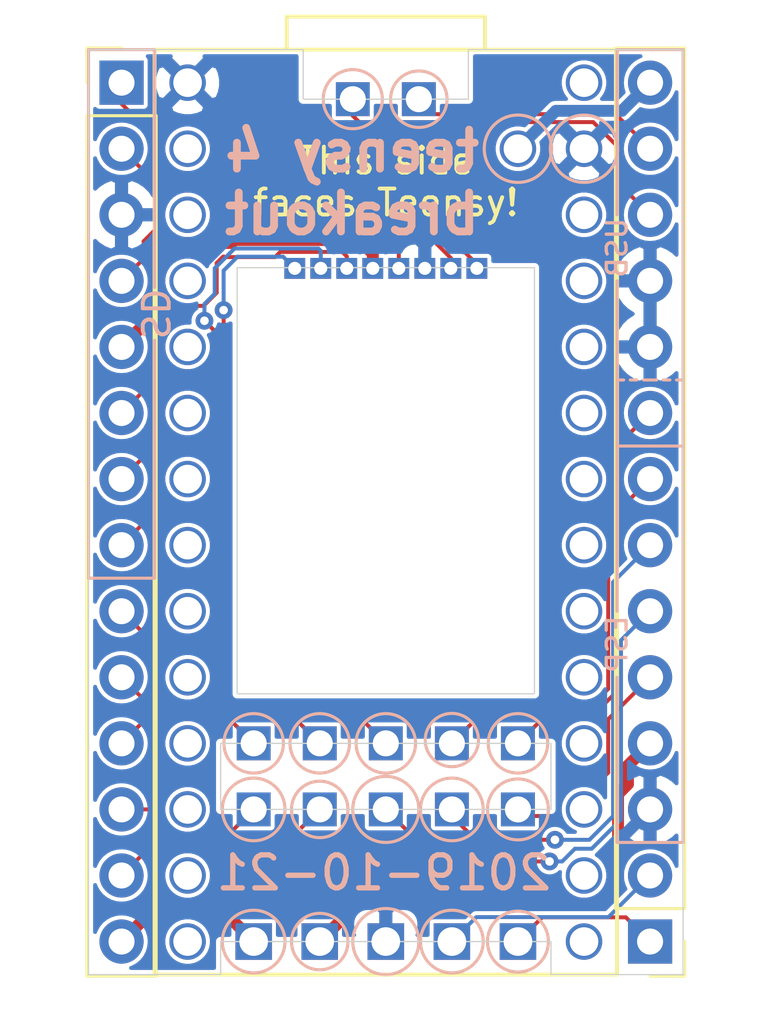
<source format=kicad_pcb>
(kicad_pcb (version 20171130) (host pcbnew "(5.1.4-0-10_14)")

  (general
    (thickness 1.6)
    (drawings 65)
    (tracks 166)
    (zones 0)
    (modules 3)
    (nets 26)
  )

  (page A4)
  (layers
    (0 F.Cu signal)
    (31 B.Cu signal)
    (32 B.Adhes user)
    (33 F.Adhes user)
    (34 B.Paste user)
    (35 F.Paste user)
    (36 B.SilkS user)
    (37 F.SilkS user)
    (38 B.Mask user)
    (39 F.Mask user)
    (40 Dwgs.User user)
    (41 Cmts.User user)
    (42 Eco1.User user)
    (43 Eco2.User user)
    (44 Edge.Cuts user)
    (45 Margin user)
    (46 B.CrtYd user)
    (47 F.CrtYd user)
    (48 B.Fab user)
    (49 F.Fab user)
  )

  (setup
    (last_trace_width 0.1524)
    (user_trace_width 0.1524)
    (user_trace_width 0.3048)
    (user_trace_width 0.4572)
    (trace_clearance 0.1524)
    (zone_clearance 0.1524)
    (zone_45_only no)
    (trace_min 0.1524)
    (via_size 0.6858)
    (via_drill 0.3302)
    (via_min_size 0.508)
    (via_min_drill 0.254)
    (uvia_size 0.3)
    (uvia_drill 0.1)
    (uvias_allowed no)
    (uvia_min_size 0.2)
    (uvia_min_drill 0.1)
    (edge_width 0.05)
    (segment_width 0.2)
    (pcb_text_width 0.3)
    (pcb_text_size 1.5 1.5)
    (mod_edge_width 0.12)
    (mod_text_size 1 1)
    (mod_text_width 0.15)
    (pad_size 1.404 1.404)
    (pad_drill 1.1)
    (pad_to_mask_clearance 0.0508)
    (solder_mask_min_width 0.1016)
    (aux_axis_origin 0 0)
    (visible_elements FFFFFF7F)
    (pcbplotparams
      (layerselection 0x010f0_ffffffff)
      (usegerberextensions true)
      (usegerberattributes false)
      (usegerberadvancedattributes false)
      (creategerberjobfile false)
      (excludeedgelayer true)
      (linewidth 0.100000)
      (plotframeref false)
      (viasonmask false)
      (mode 1)
      (useauxorigin false)
      (hpglpennumber 1)
      (hpglpenspeed 20)
      (hpglpendiameter 15.000000)
      (psnegative false)
      (psa4output false)
      (plotreference true)
      (plotvalue true)
      (plotinvisibletext false)
      (padsonsilk false)
      (subtractmaskfromsilk false)
      (outputformat 1)
      (mirror false)
      (drillshape 0)
      (scaleselection 1)
      (outputdirectory "gerbers/"))
  )

  (net 0 "")
  (net 1 /VBAT)
  (net 2 /32)
  (net 3 /30)
  (net 4 /33)
  (net 5 /31)
  (net 6 /29)
  (net 7 /DAT1)
  (net 8 /DAT0)
  (net 9 /CLK)
  (net 10 /3V3-SD)
  (net 11 /CMD)
  (net 12 /DAT3)
  (net 13 /DAT2)
  (net 14 /VUSB)
  (net 15 /D-)
  (net 16 /D+)
  (net 17 /25)
  (net 18 /27)
  (net 19 /28)
  (net 20 /26)
  (net 21 /24)
  (net 22 /ON_OFF)
  (net 23 /PROGRAM)
  (net 24 /3V3-1)
  (net 25 /GND)

  (net_class Default "This is the default net class."
    (clearance 0.1524)
    (trace_width 0.1524)
    (via_dia 0.6858)
    (via_drill 0.3302)
    (uvia_dia 0.3)
    (uvia_drill 0.1)
    (add_net /24)
    (add_net /25)
    (add_net /26)
    (add_net /27)
    (add_net /28)
    (add_net /29)
    (add_net /30)
    (add_net /31)
    (add_net /32)
    (add_net /33)
    (add_net /3V3-1)
    (add_net /3V3-SD)
    (add_net /CLK)
    (add_net /CMD)
    (add_net /D+)
    (add_net /D-)
    (add_net /DAT0)
    (add_net /DAT1)
    (add_net /DAT2)
    (add_net /DAT3)
    (add_net /GND)
    (add_net /ON_OFF)
    (add_net /PROGRAM)
    (add_net /VBAT)
    (add_net /VUSB)
  )

  (net_class Power ""
    (clearance 0.1524)
    (trace_width 0.4572)
    (via_dia 0.6858)
    (via_drill 0.3302)
    (uvia_dia 0.3)
    (uvia_drill 0.1)
  )

  (module Teensy:Teensy40_SMT (layer F.Cu) (tedit 5DADDE30) (tstamp 5DACA6E2)
    (at 160.02 97.79 270)
    (path /5D7811A6)
    (fp_text reference U1 (at 0 -10.16 270) (layer F.SilkS) hide
      (effects (font (size 1 1) (thickness 0.15)))
    )
    (fp_text value GND-1 (at 0 10.16 270) (layer F.Fab) hide
      (effects (font (size 1 1) (thickness 0.15)))
    )
    (fp_line (start 16.51 -8.6) (end 16.51 8.6) (layer Dwgs.User) (width 0.12))
    (fp_poly (pts (xy -9.5 3.25) (xy -7.5 3.25) (xy -7.5 3.75) (xy -9.5 3.75)) (layer Eco1.User) (width 0.1))
    (fp_poly (pts (xy -9.5 2.25) (xy -7.5 2.25) (xy -7.5 2.75) (xy -9.5 2.75)) (layer Eco1.User) (width 0.1))
    (fp_poly (pts (xy -9.5 1.25) (xy -7.5 1.25) (xy -7.5 1.75) (xy -9.5 1.75)) (layer Eco1.User) (width 0.1))
    (fp_poly (pts (xy -9.5 0.25) (xy -7.5 0.25) (xy -7.5 0.75) (xy -9.5 0.75)) (layer Eco1.User) (width 0.1))
    (fp_poly (pts (xy -9.5 -0.75) (xy -7.5 -0.75) (xy -7.5 -0.25) (xy -9.5 -0.25)) (layer Eco1.User) (width 0.1))
    (fp_poly (pts (xy -9.5 -1.75) (xy -7.5 -1.75) (xy -7.5 -1.25) (xy -9.5 -1.25)) (layer Eco1.User) (width 0.1))
    (fp_poly (pts (xy -9.5 -2.75) (xy -7.5 -2.75) (xy -7.5 -2.25) (xy -9.5 -2.25)) (layer Eco1.User) (width 0.1))
    (fp_poly (pts (xy -9.5 -3.75) (xy -7.5 -3.75) (xy -7.5 -3.25) (xy -9.5 -3.25)) (layer Eco1.User) (width 0.1))
    (fp_poly (pts (xy -17.272 -0.762) (xy -14.732 -0.762) (xy -14.732 -1.778) (xy -17.272 -1.778)) (layer Eco1.User) (width 0.1))
    (fp_poly (pts (xy -17.272 1.778) (xy -14.732 1.778) (xy -14.732 0.762) (xy -17.272 0.762)) (layer Eco1.User) (width 0.1))
    (fp_poly (pts (xy 6.858 5.588) (xy 9.398 5.588) (xy 9.398 4.572) (xy 6.858 4.572)) (layer Eco1.User) (width 0.1))
    (fp_poly (pts (xy 6.858 3.048) (xy 9.398 3.048) (xy 9.398 2.032) (xy 6.858 2.032)) (layer Eco1.User) (width 0.1))
    (fp_poly (pts (xy 6.858 0.508) (xy 9.398 0.508) (xy 9.398 -0.508) (xy 6.858 -0.508)) (layer Eco1.User) (width 0.1))
    (fp_poly (pts (xy 6.858 -2.032) (xy 9.398 -2.032) (xy 9.398 -3.048) (xy 6.858 -3.048)) (layer Eco1.User) (width 0.1))
    (fp_poly (pts (xy 6.858 -4.572) (xy 9.398 -4.572) (xy 9.398 -5.588) (xy 6.858 -5.588)) (layer Eco1.User) (width 0.1))
    (fp_poly (pts (xy 10.922 -4.572) (xy 13.462 -4.572) (xy 13.462 -5.588) (xy 10.922 -5.588)) (layer Eco1.User) (width 0.1))
    (fp_poly (pts (xy 10.922 -2.032) (xy 13.462 -2.032) (xy 13.462 -3.048) (xy 10.922 -3.048)) (layer Eco1.User) (width 0.1))
    (fp_poly (pts (xy 10.922 0.508) (xy 13.462 0.508) (xy 13.462 -0.508) (xy 10.922 -0.508)) (layer Eco1.User) (width 0.1))
    (fp_poly (pts (xy 10.922 3.048) (xy 13.462 3.048) (xy 13.462 2.032) (xy 10.922 2.032)) (layer Eco1.User) (width 0.1))
    (fp_poly (pts (xy 10.922 5.588) (xy 13.462 5.588) (xy 13.462 4.572) (xy 10.922 4.572)) (layer Eco1.User) (width 0.1))
    (fp_line (start 13.97 8.6) (end 13.97 -8.6) (layer Dwgs.User) (width 0.12))
    (fp_line (start 16.51 8.6) (end 13.97 8.6) (layer Dwgs.User) (width 0.12))
    (fp_line (start 13.97 -8.6) (end 16.51 -8.6) (layer Dwgs.User) (width 0.12))
    (fp_line (start 11.43 -8.6) (end 8.89 -8.6) (layer Dwgs.User) (width 0.12))
    (fp_line (start 11.43 8.6) (end 11.43 -8.6) (layer Dwgs.User) (width 0.12))
    (fp_line (start 8.89 8.6) (end 11.43 8.6) (layer Dwgs.User) (width 0.12))
    (fp_line (start 8.89 -8.6) (end 8.89 8.6) (layer Dwgs.User) (width 0.12))
    (fp_line (start 7 -7.64) (end 7 7.6) (layer Dwgs.User) (width 0.12))
    (fp_line (start -9.39 -7.62) (end 7 -7.6) (layer Dwgs.User) (width 0.12))
    (fp_line (start -9.39 7.62) (end 7 7.62) (layer Dwgs.User) (width 0.12))
    (fp_line (start -9.39 -7.62) (end -9.39 7.62) (layer Dwgs.User) (width 0.12))
    (fp_line (start -17.78 -7.62) (end -17.78 7.62) (layer Dwgs.User) (width 0.12))
    (fp_line (start -17.78 7.62) (end -15.875 7.62) (layer Dwgs.User) (width 0.12))
    (fp_line (start -17.78 -7.62) (end -15.875 -7.62) (layer Dwgs.User) (width 0.12))
    (fp_line (start -15.875 -7.62) (end -15.875 7.62) (layer Dwgs.User) (width 0.15))
    (fp_line (start -19.05 3.81) (end -17.78 3.81) (layer F.SilkS) (width 0.15))
    (fp_line (start -19.05 -3.81) (end -19.05 3.81) (layer F.SilkS) (width 0.15))
    (fp_line (start -17.78 -3.81) (end -19.05 -3.81) (layer F.SilkS) (width 0.15))
    (fp_line (start 17.78 -8.89) (end -17.78 -8.89) (layer F.SilkS) (width 0.15))
    (fp_line (start 17.78 8.89) (end 17.78 -8.89) (layer F.SilkS) (width 0.15))
    (fp_line (start -17.78 8.89) (end 17.78 8.89) (layer F.SilkS) (width 0.15))
    (fp_line (start -17.78 -8.89) (end -17.78 8.89) (layer F.SilkS) (width 0.15))
    (pad 13 thru_hole circle (at 13.97 7.62 270) (size 1.404 1.404) (drill 1.1) (layers *.Cu *.Mask))
    (pad 33 thru_hole circle (at -16.51 -7.62 270) (size 1.404 1.404) (drill 1.1) (layers *.Cu *.Mask))
    (pad 34 thru_hole circle (at -13.97 -5.08 270) (size 1.404 1.404) (drill 1.1) (layers *.Cu *.Mask)
      (net 14 /VUSB))
    (pad 32 thru_hole circle (at -13.97 -7.62 270) (size 1.404 1.404) (drill 1.1) (layers *.Cu *.Mask)
      (net 25 /GND))
    (pad 31 thru_hole circle (at -11.43 -7.62 270) (size 1.404 1.404) (drill 1.1) (layers *.Cu *.Mask))
    (pad 30 thru_hole circle (at -8.89 -7.62 270) (size 1.404 1.404) (drill 1.1) (layers *.Cu *.Mask))
    (pad 29 thru_hole circle (at -6.35 -7.62 270) (size 1.404 1.404) (drill 1.1) (layers *.Cu *.Mask))
    (pad 28 thru_hole circle (at -3.81 -7.62 270) (size 1.404 1.404) (drill 1.1) (layers *.Cu *.Mask))
    (pad 27 thru_hole circle (at -1.27 -7.62 270) (size 1.404 1.404) (drill 1.1) (layers *.Cu *.Mask))
    (pad 26 thru_hole circle (at 1.27 -7.62 270) (size 1.404 1.404) (drill 1.1) (layers *.Cu *.Mask))
    (pad 25 thru_hole circle (at 3.81 -7.62 270) (size 1.404 1.404) (drill 1.1) (layers *.Cu *.Mask))
    (pad 24 thru_hole circle (at 6.35 -7.62 270) (size 1.404 1.404) (drill 1.1) (layers *.Cu *.Mask))
    (pad 23 thru_hole circle (at 8.89 -7.62 270) (size 1.404 1.404) (drill 1.1) (layers *.Cu *.Mask))
    (pad 22 thru_hole circle (at 11.43 -7.62 270) (size 1.404 1.404) (drill 1.1) (layers *.Cu *.Mask))
    (pad 21 thru_hole circle (at 13.97 -7.62 270) (size 1.404 1.404) (drill 1.1) (layers *.Cu *.Mask))
    (pad 20 thru_hole circle (at 16.51 -7.62 270) (size 1.404 1.404) (drill 1.1) (layers *.Cu *.Mask))
    (pad 19 thru_hole rect (at 16.51 -5.08 270) (size 1.404 1.404) (drill 1.1) (layers *.Cu *.Mask)
      (net 22 /ON_OFF))
    (pad 18 thru_hole rect (at 16.51 -2.54 270) (size 1.404 1.404) (drill 1.1) (layers *.Cu *.Mask)
      (net 23 /PROGRAM))
    (pad 17 thru_hole rect (at 16.51 0 270) (size 1.404 1.404) (drill 1.1) (layers *.Cu *.Mask)
      (net 25 /GND))
    (pad 16 thru_hole rect (at 16.51 2.54 270) (size 1.404 1.404) (drill 1.1) (layers *.Cu *.Mask)
      (net 24 /3V3-1))
    (pad 15 thru_hole rect (at 16.51 5.08 270) (size 1.404 1.404) (drill 1.1) (layers *.Cu *.Mask)
      (net 1 /VBAT))
    (pad 14 thru_hole circle (at 16.51 7.62 270) (size 1.404 1.404) (drill 1.1) (layers *.Cu *.Mask))
    (pad 12 thru_hole circle (at 11.43 7.62 270) (size 1.404 1.404) (drill 1.1) (layers *.Cu *.Mask))
    (pad 11 thru_hole circle (at 8.89 7.62 270) (size 1.404 1.404) (drill 1.1) (layers *.Cu *.Mask))
    (pad 10 thru_hole circle (at 6.35 7.62 270) (size 1.404 1.404) (drill 1.1) (layers *.Cu *.Mask))
    (pad 9 thru_hole circle (at 3.81 7.62 270) (size 1.404 1.404) (drill 1.1) (layers *.Cu *.Mask))
    (pad 8 thru_hole circle (at 1.27 7.62 270) (size 1.404 1.404) (drill 1.1) (layers *.Cu *.Mask))
    (pad 7 thru_hole circle (at -1.27 7.62 270) (size 1.404 1.404) (drill 1.1) (layers *.Cu *.Mask))
    (pad 6 thru_hole circle (at -3.81 7.62 270) (size 1.404 1.404) (drill 1.1) (layers *.Cu *.Mask))
    (pad 5 thru_hole circle (at -6.35 7.62 270) (size 1.404 1.404) (drill 1.1) (layers *.Cu *.Mask))
    (pad 4 thru_hole circle (at -8.89 7.62 270) (size 1.404 1.404) (drill 1.1) (layers *.Cu *.Mask))
    (pad 3 thru_hole circle (at -11.43 7.62 270) (size 1.404 1.404) (drill 1.1) (layers *.Cu *.Mask))
    (pad 54 thru_hole rect (at -15.875 1.27 270) (size 1.304 1.304) (drill 1) (layers *.Cu *.Mask)
      (net 16 /D+))
    (pad 53 thru_hole rect (at -15.875 -1.27 270) (size 1.304 1.304) (drill 1) (layers *.Cu *.Mask)
      (net 15 /D-))
    (pad 52 thru_hole rect (at -9.3716 3.5 270) (size 0.804 0.804) (drill 0.5) (layers *.Cu *.Mask)
      (net 13 /DAT2))
    (pad 51 thru_hole rect (at -9.3716 2.5 270) (size 0.804 0.804) (drill 0.5) (layers *.Cu *.Mask)
      (net 12 /DAT3))
    (pad 50 thru_hole rect (at -9.3716 1.5 270) (size 0.804 0.804) (drill 0.5) (layers *.Cu *.Mask)
      (net 11 /CMD))
    (pad 49 thru_hole rect (at -9.3716 0.5 270) (size 0.804 0.804) (drill 0.5) (layers *.Cu *.Mask)
      (net 10 /3V3-SD))
    (pad 48 thru_hole rect (at -9.3716 -0.5 270) (size 0.804 0.804) (drill 0.5) (layers *.Cu *.Mask)
      (net 9 /CLK))
    (pad 47 thru_hole rect (at -9.3716 -1.5 270) (size 0.804 0.804) (drill 0.5) (layers *.Cu *.Mask)
      (net 25 /GND))
    (pad 46 thru_hole rect (at -9.3716 -2.5 270) (size 0.804 0.804) (drill 0.5) (layers *.Cu *.Mask)
      (net 8 /DAT0))
    (pad 45 thru_hole rect (at -9.3716 -3.5 270) (size 0.804 0.804) (drill 0.5) (layers *.Cu *.Mask)
      (net 7 /DAT1))
    (pad 44 thru_hole rect (at 8.89 5.08 270) (size 1.304 1.304) (drill 1) (layers *.Cu *.Mask)
      (net 4 /33))
    (pad 43 thru_hole rect (at 11.43 5.08 270) (size 1.304 1.304) (drill 1) (layers *.Cu *.Mask)
      (net 2 /32))
    (pad 42 thru_hole rect (at 8.89 2.54 270) (size 1.304 1.304) (drill 1) (layers *.Cu *.Mask)
      (net 5 /31))
    (pad 41 thru_hole rect (at 11.43 2.54 270) (size 1.304 1.304) (drill 1) (layers *.Cu *.Mask)
      (net 3 /30))
    (pad 40 thru_hole rect (at 8.89 0 270) (size 1.304 1.304) (drill 1) (layers *.Cu *.Mask)
      (net 6 /29))
    (pad 39 thru_hole rect (at 11.43 0 270) (size 1.304 1.304) (drill 1) (layers *.Cu *.Mask)
      (net 19 /28))
    (pad 38 thru_hole rect (at 8.89 -2.54 270) (size 1.304 1.304) (drill 1) (layers *.Cu *.Mask)
      (net 18 /27))
    (pad 37 thru_hole rect (at 11.43 -2.54 270) (size 1.304 1.304) (drill 1) (layers *.Cu *.Mask)
      (net 20 /26))
    (pad 36 thru_hole rect (at 8.89 -5.08 270) (size 1.304 1.304) (drill 1) (layers *.Cu *.Mask)
      (net 17 /25))
    (pad 35 thru_hole rect (at 11.43 -5.08 270) (size 1.304 1.304) (drill 1) (layers *.Cu *.Mask)
      (net 21 /24))
    (pad 2 thru_hole circle (at -13.97 7.62 270) (size 1.404 1.404) (drill 1.1) (layers *.Cu *.Mask))
    (pad 1 thru_hole circle (at -16.51 7.62 270) (size 1.404 1.404) (drill 1.1) (layers *.Cu *.Mask)
      (net 25 /GND))
  )

  (module Connector_PinHeader_2.54mm:PinHeader_1x14_P2.54mm_Vertical (layer F.Cu) (tedit 59FED5CC) (tstamp 5D783E6B)
    (at 170.18 114.3 180)
    (descr "Through hole straight pin header, 1x14, 2.54mm pitch, single row")
    (tags "Through hole pin header THT 1x14 2.54mm single row")
    (path /5D785C4E)
    (fp_text reference J2 (at 0 -2.33) (layer F.SilkS) hide
      (effects (font (size 1 1) (thickness 0.15)))
    )
    (fp_text value Conn_01x14 (at 0 35.35) (layer F.Fab)
      (effects (font (size 1 1) (thickness 0.15)))
    )
    (fp_text user %R (at 0 16.51 90) (layer F.Fab)
      (effects (font (size 1 1) (thickness 0.15)))
    )
    (fp_line (start 1.8 -1.8) (end -1.8 -1.8) (layer F.CrtYd) (width 0.05))
    (fp_line (start 1.8 34.8) (end 1.8 -1.8) (layer F.CrtYd) (width 0.05))
    (fp_line (start -1.8 34.8) (end 1.8 34.8) (layer F.CrtYd) (width 0.05))
    (fp_line (start -1.8 -1.8) (end -1.8 34.8) (layer F.CrtYd) (width 0.05))
    (fp_line (start -1.33 -1.33) (end 0 -1.33) (layer F.SilkS) (width 0.12))
    (fp_line (start -1.33 0) (end -1.33 -1.33) (layer F.SilkS) (width 0.12))
    (fp_line (start -1.33 1.27) (end 1.33 1.27) (layer F.SilkS) (width 0.12))
    (fp_line (start 1.33 1.27) (end 1.33 34.35) (layer F.SilkS) (width 0.12))
    (fp_line (start -1.33 1.27) (end -1.33 34.35) (layer F.SilkS) (width 0.12))
    (fp_line (start -1.33 34.35) (end 1.33 34.35) (layer F.SilkS) (width 0.12))
    (fp_line (start -1.27 -0.635) (end -0.635 -1.27) (layer F.Fab) (width 0.1))
    (fp_line (start -1.27 34.29) (end -1.27 -0.635) (layer F.Fab) (width 0.1))
    (fp_line (start 1.27 34.29) (end -1.27 34.29) (layer F.Fab) (width 0.1))
    (fp_line (start 1.27 -1.27) (end 1.27 34.29) (layer F.Fab) (width 0.1))
    (fp_line (start -0.635 -1.27) (end 1.27 -1.27) (layer F.Fab) (width 0.1))
    (pad 14 thru_hole oval (at 0 33.02 180) (size 1.7 1.7) (drill 1) (layers *.Cu *.Mask)
      (net 14 /VUSB))
    (pad 13 thru_hole oval (at 0 30.48 180) (size 1.7 1.7) (drill 1) (layers *.Cu *.Mask)
      (net 15 /D-))
    (pad 12 thru_hole oval (at 0 27.94 180) (size 1.7 1.7) (drill 1) (layers *.Cu *.Mask)
      (net 16 /D+))
    (pad 11 thru_hole oval (at 0 25.4 180) (size 1.7 1.7) (drill 1) (layers *.Cu *.Mask)
      (net 25 /GND))
    (pad 10 thru_hole oval (at 0 22.86 180) (size 1.7 1.7) (drill 1) (layers *.Cu *.Mask)
      (net 25 /GND))
    (pad 9 thru_hole oval (at 0 20.32 180) (size 1.7 1.7) (drill 1) (layers *.Cu *.Mask)
      (net 18 /27))
    (pad 8 thru_hole oval (at 0 17.78 180) (size 1.7 1.7) (drill 1) (layers *.Cu *.Mask)
      (net 17 /25))
    (pad 7 thru_hole oval (at 0 15.24 180) (size 1.7 1.7) (drill 1) (layers *.Cu *.Mask)
      (net 20 /26))
    (pad 6 thru_hole oval (at 0 12.7 180) (size 1.7 1.7) (drill 1) (layers *.Cu *.Mask)
      (net 19 /28))
    (pad 5 thru_hole oval (at 0 10.16 180) (size 1.7 1.7) (drill 1) (layers *.Cu *.Mask)
      (net 21 /24))
    (pad 4 thru_hole oval (at 0 7.62 180) (size 1.7 1.7) (drill 1) (layers *.Cu *.Mask)
      (net 24 /3V3-1))
    (pad 3 thru_hole oval (at 0 5.08 180) (size 1.7 1.7) (drill 1) (layers *.Cu *.Mask)
      (net 25 /GND))
    (pad 2 thru_hole oval (at 0 2.54 180) (size 1.7 1.7) (drill 1) (layers *.Cu *.Mask)
      (net 23 /PROGRAM))
    (pad 1 thru_hole rect (at 0 0 180) (size 1.7 1.7) (drill 1) (layers *.Cu *.Mask)
      (net 22 /ON_OFF))
    (model ${KISYS3DMOD}/Connector_PinHeader_2.54mm.3dshapes/PinHeader_1x14_P2.54mm_Vertical.wrl
      (at (xyz 0 0 0))
      (scale (xyz 1 1 1))
      (rotate (xyz 0 0 0))
    )
  )

  (module Connector_PinHeader_2.54mm:PinHeader_1x14_P2.54mm_Vertical (layer F.Cu) (tedit 59FED5CC) (tstamp 5D783F11)
    (at 149.86 81.28)
    (descr "Through hole straight pin header, 1x14, 2.54mm pitch, single row")
    (tags "Through hole pin header THT 1x14 2.54mm single row")
    (path /5D782E4C)
    (fp_text reference J1 (at 0 -2.33) (layer F.SilkS) hide
      (effects (font (size 1 1) (thickness 0.15)))
    )
    (fp_text value Conn_01x14 (at 0 35.35) (layer F.Fab)
      (effects (font (size 1 1) (thickness 0.15)))
    )
    (fp_text user %R (at 0 16.51 90) (layer F.Fab)
      (effects (font (size 1 1) (thickness 0.15)))
    )
    (fp_line (start 1.8 -1.8) (end -1.8 -1.8) (layer F.CrtYd) (width 0.05))
    (fp_line (start 1.8 34.8) (end 1.8 -1.8) (layer F.CrtYd) (width 0.05))
    (fp_line (start -1.8 34.8) (end 1.8 34.8) (layer F.CrtYd) (width 0.05))
    (fp_line (start -1.8 -1.8) (end -1.8 34.8) (layer F.CrtYd) (width 0.05))
    (fp_line (start -1.33 -1.33) (end 0 -1.33) (layer F.SilkS) (width 0.12))
    (fp_line (start -1.33 0) (end -1.33 -1.33) (layer F.SilkS) (width 0.12))
    (fp_line (start -1.33 1.27) (end 1.33 1.27) (layer F.SilkS) (width 0.12))
    (fp_line (start 1.33 1.27) (end 1.33 34.35) (layer F.SilkS) (width 0.12))
    (fp_line (start -1.33 1.27) (end -1.33 34.35) (layer F.SilkS) (width 0.12))
    (fp_line (start -1.33 34.35) (end 1.33 34.35) (layer F.SilkS) (width 0.12))
    (fp_line (start -1.27 -0.635) (end -0.635 -1.27) (layer F.Fab) (width 0.1))
    (fp_line (start -1.27 34.29) (end -1.27 -0.635) (layer F.Fab) (width 0.1))
    (fp_line (start 1.27 34.29) (end -1.27 34.29) (layer F.Fab) (width 0.1))
    (fp_line (start 1.27 -1.27) (end 1.27 34.29) (layer F.Fab) (width 0.1))
    (fp_line (start -0.635 -1.27) (end 1.27 -1.27) (layer F.Fab) (width 0.1))
    (pad 14 thru_hole oval (at 0 33.02) (size 1.7 1.7) (drill 1) (layers *.Cu *.Mask)
      (net 1 /VBAT))
    (pad 13 thru_hole oval (at 0 30.48) (size 1.7 1.7) (drill 1) (layers *.Cu *.Mask)
      (net 3 /30))
    (pad 12 thru_hole oval (at 0 27.94) (size 1.7 1.7) (drill 1) (layers *.Cu *.Mask)
      (net 2 /32))
    (pad 11 thru_hole oval (at 0 25.4) (size 1.7 1.7) (drill 1) (layers *.Cu *.Mask)
      (net 4 /33))
    (pad 10 thru_hole oval (at 0 22.86) (size 1.7 1.7) (drill 1) (layers *.Cu *.Mask)
      (net 5 /31))
    (pad 9 thru_hole oval (at 0 20.32) (size 1.7 1.7) (drill 1) (layers *.Cu *.Mask)
      (net 6 /29))
    (pad 8 thru_hole oval (at 0 17.78) (size 1.7 1.7) (drill 1) (layers *.Cu *.Mask)
      (net 13 /DAT2))
    (pad 7 thru_hole oval (at 0 15.24) (size 1.7 1.7) (drill 1) (layers *.Cu *.Mask)
      (net 12 /DAT3))
    (pad 6 thru_hole oval (at 0 12.7) (size 1.7 1.7) (drill 1) (layers *.Cu *.Mask)
      (net 11 /CMD))
    (pad 5 thru_hole oval (at 0 10.16) (size 1.7 1.7) (drill 1) (layers *.Cu *.Mask)
      (net 10 /3V3-SD))
    (pad 4 thru_hole oval (at 0 7.62) (size 1.7 1.7) (drill 1) (layers *.Cu *.Mask)
      (net 9 /CLK))
    (pad 3 thru_hole oval (at 0 5.08) (size 1.7 1.7) (drill 1) (layers *.Cu *.Mask)
      (net 25 /GND))
    (pad 2 thru_hole oval (at 0 2.54) (size 1.7 1.7) (drill 1) (layers *.Cu *.Mask)
      (net 8 /DAT0))
    (pad 1 thru_hole rect (at 0 0) (size 1.7 1.7) (drill 1) (layers *.Cu *.Mask)
      (net 7 /DAT1))
    (model ${KISYS3DMOD}/Connector_PinHeader_2.54mm.3dshapes/PinHeader_1x14_P2.54mm_Vertical.wrl
      (at (xyz 0 0 0))
      (scale (xyz 1 1 1))
      (rotate (xyz 0 0 0))
    )
  )

  (gr_line (start 171.196 92.71) (end 171.45 92.71) (layer B.SilkS) (width 0.12))
  (gr_line (start 170.688 92.71) (end 170.942 92.71) (layer B.SilkS) (width 0.12))
  (gr_line (start 169.926 92.71) (end 170.434 92.71) (layer B.SilkS) (width 0.12))
  (gr_line (start 169.418 92.71) (end 169.672 92.71) (layer B.SilkS) (width 0.12))
  (gr_line (start 168.91 92.71) (end 169.164 92.71) (layer B.SilkS) (width 0.12))
  (gr_line (start 168.91 110.49) (end 168.91 104.14) (layer B.SilkS) (width 0.12))
  (gr_line (start 168.91 95.25) (end 168.91 101.6) (layer B.SilkS) (width 0.12))
  (gr_text ESP (at 168.91 102.87 90) (layer B.SilkS) (tstamp 5DADDCDF)
    (effects (font (size 0.762 0.762) (thickness 0.127)) (justify mirror))
  )
  (gr_line (start 171.45 110.49) (end 171.45 95.25) (layer B.SilkS) (width 0.12) (tstamp 5DADDCDC))
  (gr_line (start 168.91 110.49) (end 171.45 110.49) (layer B.SilkS) (width 0.12))
  (gr_line (start 168.91 88.9) (end 168.91 95.25) (layer B.SilkS) (width 0.12) (tstamp 5DADDBEA))
  (gr_line (start 168.91 80.01) (end 168.91 86.36) (layer B.SilkS) (width 0.12))
  (gr_text USB (at 168.91 87.63 90) (layer B.SilkS)
    (effects (font (size 0.762 0.762) (thickness 0.127)) (justify mirror))
  )
  (gr_line (start 151.13 100.33) (end 151.13 91.186) (layer B.SilkS) (width 0.12))
  (gr_line (start 150.876 100.33) (end 151.13 100.33) (layer B.SilkS) (width 0.12))
  (gr_line (start 151.13 80.01) (end 151.13 89.154) (layer B.SilkS) (width 0.12))
  (gr_text SD (at 151.13 90.17 270) (layer B.SilkS)
    (effects (font (size 1 1) (thickness 0.15)) (justify mirror))
  )
  (gr_line (start 171.45 95.25) (end 168.91 95.25) (layer B.SilkS) (width 0.12))
  (gr_line (start 171.45 80.01) (end 171.45 95.25) (layer B.SilkS) (width 0.12))
  (gr_line (start 168.91 80.01) (end 171.45 80.01) (layer B.SilkS) (width 0.12))
  (gr_line (start 148.59 80.01) (end 151.13 80.01) (layer B.SilkS) (width 0.12) (tstamp 5DADD9FB))
  (gr_line (start 148.59 100.33) (end 148.59 80.01) (layer B.SilkS) (width 0.12))
  (gr_line (start 150.876 100.33) (end 148.59 100.33) (layer B.SilkS) (width 0.12))
  (gr_circle (center 165.1 114.3) (end 165.354 115.443) (layer B.SilkS) (width 0.12) (tstamp 5DACAC9D))
  (gr_circle (center 162.56 114.3) (end 162.941 115.443) (layer B.SilkS) (width 0.12) (tstamp 5DACAC9C))
  (gr_circle (center 160.02 114.3) (end 160.02 115.57) (layer B.SilkS) (width 0.12) (tstamp 5DACAC9B))
  (gr_circle (center 157.48 114.3) (end 157.861 115.316) (layer B.SilkS) (width 0.12) (tstamp 5DACAC9A))
  (gr_circle (center 154.94 114.3) (end 155.321 115.443) (layer B.SilkS) (width 0.12) (tstamp 5DACAC99))
  (gr_text "This side\nfaces Teensy!" (at 160.02 85.09) (layer F.SilkS)
    (effects (font (size 1 1) (thickness 0.15)))
  )
  (gr_circle (center 167.64 83.82) (end 167.894 85.09) (layer B.SilkS) (width 0.12) (tstamp 5D968D9E))
  (gr_circle (center 154.94 109.22) (end 155.321 110.363) (layer B.SilkS) (width 0.12))
  (gr_circle (center 157.48 109.22) (end 157.861 110.236) (layer B.SilkS) (width 0.12))
  (gr_circle (center 160.02 109.22) (end 160.02 110.49) (layer B.SilkS) (width 0.12))
  (gr_circle (center 162.56 109.22) (end 162.941 110.363) (layer B.SilkS) (width 0.12))
  (gr_circle (center 165.1 109.22) (end 165.354 110.363) (layer B.SilkS) (width 0.12))
  (gr_circle (center 165.1 106.68) (end 165.1 105.537) (layer B.SilkS) (width 0.12))
  (gr_circle (center 162.56 106.553) (end 162.433 105.537) (layer B.SilkS) (width 0.12))
  (gr_circle (center 160.02 106.68) (end 160.02 105.537) (layer B.SilkS) (width 0.12))
  (gr_circle (center 157.48 106.68) (end 157.48 105.537) (layer B.SilkS) (width 0.12))
  (gr_circle (center 154.94 106.68) (end 154.94 105.537) (layer B.SilkS) (width 0.12))
  (gr_circle (center 158.75 81.915) (end 159.258 82.931) (layer B.SilkS) (width 0.12))
  (gr_circle (center 161.29 81.915) (end 161.671 82.931) (layer B.SilkS) (width 0.12))
  (gr_circle (center 165.1 83.82) (end 165.354 85.09) (layer B.SilkS) (width 0.12))
  (gr_text 2019-10-21 (at 159.9438 111.6584) (layer B.SilkS)
    (effects (font (size 1.27 1.27) (thickness 0.2032)) (justify mirror))
  )
  (gr_text "teensy 4\nbreakout\n" (at 158.7246 85.1154) (layer B.SilkS)
    (effects (font (size 1.5 1.5) (thickness 0.3)) (justify mirror))
  )
  (gr_line (start 153.67 115.57) (end 148.59 115.57) (layer Edge.Cuts) (width 0.05) (tstamp 5D783CE7))
  (gr_line (start 153.67 114.3) (end 153.67 115.57) (layer Edge.Cuts) (width 0.05))
  (gr_line (start 166.37 114.3) (end 153.67 114.3) (layer Edge.Cuts) (width 0.05) (tstamp 5DADD7BD))
  (gr_line (start 166.37 115.57) (end 166.37 114.3) (layer Edge.Cuts) (width 0.05))
  (gr_line (start 171.45 115.57) (end 166.37 115.57) (layer Edge.Cuts) (width 0.05))
  (gr_line (start 166.37 109.22) (end 166.37 106.68) (layer Edge.Cuts) (width 0.05) (tstamp 5D783CE3))
  (gr_line (start 153.67 109.22) (end 166.37 109.22) (layer Edge.Cuts) (width 0.05))
  (gr_line (start 153.67 106.68) (end 153.67 109.22) (layer Edge.Cuts) (width 0.05))
  (gr_line (start 154.305 104.775) (end 154.305 88.392) (layer Edge.Cuts) (width 0.05) (tstamp 5D783CE2))
  (gr_line (start 165.735 104.775) (end 154.305 104.775) (layer Edge.Cuts) (width 0.05))
  (gr_line (start 165.735 88.392) (end 165.735 104.775) (layer Edge.Cuts) (width 0.05))
  (gr_line (start 154.305 88.392) (end 165.735 88.392) (layer Edge.Cuts) (width 0.05) (tstamp 5DADD062))
  (gr_line (start 166.37 106.68) (end 153.67 106.68) (layer Edge.Cuts) (width 0.05))
  (gr_line (start 156.845 80.01) (end 148.59 80.01) (layer Edge.Cuts) (width 0.05) (tstamp 5D7838C8))
  (gr_line (start 156.845 81.915) (end 156.845 80.01) (layer Edge.Cuts) (width 0.05))
  (gr_line (start 163.195 81.915) (end 156.845 81.915) (layer Edge.Cuts) (width 0.05))
  (gr_line (start 163.195 80.01) (end 163.195 81.915) (layer Edge.Cuts) (width 0.05))
  (gr_line (start 171.45 80.01) (end 163.195 80.01) (layer Edge.Cuts) (width 0.05))
  (gr_line (start 148.59 115.57) (end 148.59 80.01) (layer Edge.Cuts) (width 0.05) (tstamp 5D783282))
  (gr_line (start 171.45 80.01) (end 171.45 115.57) (layer Edge.Cuts) (width 0.05))

  (segment (start 154.009399 113.369399) (end 154.68639 114.04639) (width 0.1524) (layer F.Cu) (net 1) (status 20))
  (segment (start 150.790601 113.369399) (end 154.009399 113.369399) (width 0.1524) (layer F.Cu) (net 1))
  (segment (start 149.86 114.3) (end 150.790601 113.369399) (width 0.1524) (layer F.Cu) (net 1) (status 10))
  (segment (start 153.856999 113.216999) (end 154.53399 113.89399) (width 0.4572) (layer F.Cu) (net 1) (status 20))
  (segment (start 150.943001 113.216999) (end 153.856999 113.216999) (width 0.4572) (layer F.Cu) (net 1))
  (segment (start 149.86 114.3) (end 150.943001 113.216999) (width 0.4572) (layer F.Cu) (net 1) (status 10))
  (segment (start 154.009399 110.150601) (end 154.68639 109.47361) (width 0.1524) (layer F.Cu) (net 2) (status 20))
  (segment (start 151.992682 110.150601) (end 154.009399 110.150601) (width 0.1524) (layer F.Cu) (net 2))
  (segment (start 151.062081 109.22) (end 151.992682 110.150601) (width 0.1524) (layer F.Cu) (net 2))
  (segment (start 149.86 109.22) (end 151.062081 109.22) (width 0.1524) (layer F.Cu) (net 2) (status 10))
  (segment (start 150.790601 110.829399) (end 155.870601 110.829399) (width 0.1524) (layer F.Cu) (net 3))
  (segment (start 155.870601 110.829399) (end 157.22639 109.47361) (width 0.1524) (layer F.Cu) (net 3) (status 20))
  (segment (start 149.86 111.76) (end 150.790601 110.829399) (width 0.1524) (layer F.Cu) (net 3) (status 10))
  (segment (start 154.009399 105.749399) (end 154.68639 106.42639) (width 0.1524) (layer F.Cu) (net 4) (status 20))
  (segment (start 150.790601 105.749399) (end 154.009399 105.749399) (width 0.1524) (layer F.Cu) (net 4))
  (segment (start 149.86 106.68) (end 150.790601 105.749399) (width 0.1524) (layer F.Cu) (net 4) (status 10))
  (segment (start 151.164588 105.444588) (end 156.244588 105.444588) (width 0.1524) (layer F.Cu) (net 5))
  (segment (start 149.86 104.14) (end 151.164588 105.444588) (width 0.1524) (layer F.Cu) (net 5) (status 10))
  (segment (start 156.244588 105.444588) (end 157.22639 106.42639) (width 0.1524) (layer F.Cu) (net 5) (status 20))
  (segment (start 158.410601 105.070601) (end 159.76639 106.42639) (width 0.1524) (layer F.Cu) (net 6) (status 20))
  (segment (start 151.1554 104.5464) (end 151.679601 105.070601) (width 0.1524) (layer F.Cu) (net 6))
  (segment (start 151.679601 105.070601) (end 158.410601 105.070601) (width 0.1524) (layer F.Cu) (net 6))
  (segment (start 151.1554 102.8954) (end 151.1554 104.5464) (width 0.1524) (layer F.Cu) (net 6))
  (segment (start 149.86 101.6) (end 151.1554 102.8954) (width 0.1524) (layer F.Cu) (net 6) (status 10))
  (segment (start 163.39859 88.13839) (end 163.52 88.13839) (width 0.1524) (layer F.Cu) (net 7))
  (segment (start 151.4221 83.6549) (end 151.4221 84.21939) (width 0.1524) (layer F.Cu) (net 7))
  (segment (start 160.010801 84.750601) (end 163.39859 88.13839) (width 0.1524) (layer F.Cu) (net 7))
  (segment (start 151.953311 84.750601) (end 160.010801 84.750601) (width 0.1524) (layer F.Cu) (net 7))
  (segment (start 151.4221 84.21939) (end 151.953311 84.750601) (width 0.1524) (layer F.Cu) (net 7))
  (segment (start 149.86 82.0928) (end 151.4221 83.6549) (width 0.1524) (layer F.Cu) (net 7))
  (segment (start 149.86 81.28) (end 149.86 82.0928) (width 0.1524) (layer F.Cu) (net 7))
  (segment (start 159.5628 85.0646) (end 162.52 88.0218) (width 0.1524) (layer F.Cu) (net 8))
  (segment (start 162.52 88.0218) (end 162.52 88.13839) (width 0.1524) (layer F.Cu) (net 8))
  (segment (start 151.1046 85.0646) (end 159.5628 85.0646) (width 0.1524) (layer F.Cu) (net 8))
  (segment (start 149.86 83.82) (end 151.1046 85.0646) (width 0.1524) (layer F.Cu) (net 8))
  (segment (start 158.174999 85.429399) (end 160.52 87.7744) (width 0.1524) (layer F.Cu) (net 9))
  (segment (start 150.709999 87.37801) (end 151.2824 86.805609) (width 0.1524) (layer F.Cu) (net 9))
  (segment (start 151.2824 86.10031) (end 151.953311 85.429399) (width 0.1524) (layer F.Cu) (net 9))
  (segment (start 160.52 87.7744) (end 160.52 88.13839) (width 0.1524) (layer F.Cu) (net 9))
  (segment (start 151.953311 85.429399) (end 158.174999 85.429399) (width 0.1524) (layer F.Cu) (net 9))
  (segment (start 151.2824 86.805609) (end 151.2824 86.10031) (width 0.1524) (layer F.Cu) (net 9))
  (segment (start 150.709999 88.050001) (end 150.709999 87.37801) (width 0.1524) (layer F.Cu) (net 9))
  (segment (start 149.86 88.9) (end 150.709999 88.050001) (width 0.1524) (layer F.Cu) (net 9))
  (segment (start 158.998611 87.330589) (end 159.52 87.851978) (width 0.4572) (layer F.Cu) (net 10))
  (segment (start 159.52 87.851978) (end 159.52 88.4184) (width 0.4572) (layer F.Cu) (net 10) (status 20))
  (segment (start 158.998611 87.330589) (end 154.198011 87.330589) (width 0.4572) (layer F.Cu) (net 10))
  (segment (start 151.091001 90.208999) (end 150.709999 90.590001) (width 0.4572) (layer F.Cu) (net 10))
  (segment (start 151.091001 88.606157) (end 151.091001 90.208999) (width 0.4572) (layer F.Cu) (net 10))
  (segment (start 152.254157 87.443001) (end 151.091001 88.606157) (width 0.4572) (layer F.Cu) (net 10))
  (segment (start 154.085599 87.443001) (end 152.254157 87.443001) (width 0.4572) (layer F.Cu) (net 10))
  (segment (start 150.709999 90.590001) (end 149.86 91.44) (width 0.4572) (layer F.Cu) (net 10))
  (segment (start 154.198011 87.330589) (end 154.085599 87.443001) (width 0.4572) (layer F.Cu) (net 10))
  (segment (start 153.785417 87.960209) (end 153.810817 87.985609) (width 0.1524) (layer F.Cu) (net 11))
  (segment (start 158.349 87.7878) (end 158.52 87.9588) (width 0.1524) (layer F.Cu) (net 11))
  (segment (start 155.764383 87.985609) (end 155.962192 87.7878) (width 0.1524) (layer F.Cu) (net 11))
  (segment (start 153.810817 87.985609) (end 155.764383 87.985609) (width 0.1524) (layer F.Cu) (net 11))
  (segment (start 155.962192 87.7878) (end 158.349 87.7878) (width 0.1524) (layer F.Cu) (net 11))
  (segment (start 158.52 87.9588) (end 158.52 88.13839) (width 0.1524) (layer F.Cu) (net 11))
  (segment (start 151.469399 90.993311) (end 151.953311 90.509399) (width 0.1524) (layer F.Cu) (net 11))
  (segment (start 153.5176 88.2142) (end 153.746191 87.985609) (width 0.1524) (layer F.Cu) (net 11))
  (segment (start 153.013488 89.861312) (end 153.5176 89.3572) (width 0.1524) (layer F.Cu) (net 11))
  (segment (start 152.773062 89.861312) (end 153.013488 89.861312) (width 0.1524) (layer F.Cu) (net 11))
  (segment (start 152.5524 89.8652) (end 152.769174 89.8652) (width 0.1524) (layer F.Cu) (net 11))
  (segment (start 153.5176 89.3572) (end 153.5176 88.2142) (width 0.1524) (layer F.Cu) (net 11))
  (segment (start 152.769174 89.8652) (end 152.773062 89.861312) (width 0.1524) (layer F.Cu) (net 11))
  (segment (start 151.953311 90.509399) (end 151.953311 90.464289) (width 0.1524) (layer F.Cu) (net 11))
  (segment (start 151.469399 92.370601) (end 151.469399 90.993311) (width 0.1524) (layer F.Cu) (net 11))
  (segment (start 151.953311 90.464289) (end 152.5524 89.8652) (width 0.1524) (layer F.Cu) (net 11))
  (segment (start 153.746191 87.985609) (end 153.810817 87.985609) (width 0.1524) (layer F.Cu) (net 11))
  (segment (start 149.86 93.98) (end 151.469399 92.370601) (width 0.1524) (layer F.Cu) (net 11))
  (segment (start 153.047383 89.94788) (end 153.047383 90.432813) (width 0.1524) (layer B.Cu) (net 12))
  (segment (start 153.4414 89.394792) (end 153.047383 89.788809) (width 0.1524) (layer B.Cu) (net 12))
  (segment (start 153.047383 89.788809) (end 153.047383 89.94788) (width 0.1524) (layer B.Cu) (net 12))
  (segment (start 157.52 88.13839) (end 157.52 87.7462) (width 0.1524) (layer B.Cu) (net 12))
  (via (at 153.047383 90.432813) (size 0.6858) (drill 0.3302) (layers F.Cu B.Cu) (net 12))
  (segment (start 157.52 87.7462) (end 157.4292 87.6554) (width 0.1524) (layer B.Cu) (net 12))
  (segment (start 151.953311 92.370601) (end 152.846689 92.370601) (width 0.1524) (layer F.Cu) (net 12))
  (segment (start 152.846689 92.370601) (end 153.390282 91.827008) (width 0.1524) (layer F.Cu) (net 12))
  (segment (start 157.4292 87.6554) (end 154.2034 87.6554) (width 0.1524) (layer B.Cu) (net 12))
  (segment (start 150.938601 93.385311) (end 151.953311 92.370601) (width 0.1524) (layer F.Cu) (net 12))
  (segment (start 150.938601 95.441399) (end 150.938601 93.385311) (width 0.1524) (layer F.Cu) (net 12))
  (segment (start 153.4414 88.4174) (end 153.4414 89.394792) (width 0.1524) (layer B.Cu) (net 12))
  (segment (start 154.2034 87.6554) (end 153.4414 88.4174) (width 0.1524) (layer B.Cu) (net 12))
  (segment (start 153.390282 91.827008) (end 153.390282 90.775712) (width 0.1524) (layer F.Cu) (net 12))
  (segment (start 149.86 96.52) (end 150.938601 95.441399) (width 0.1524) (layer F.Cu) (net 12))
  (segment (start 153.390282 90.775712) (end 153.047383 90.432813) (width 0.1524) (layer F.Cu) (net 12))
  (segment (start 153.7847 88.505166) (end 153.7847 89.941448) (width 0.1524) (layer B.Cu) (net 13))
  (segment (start 156.23999 88.13839) (end 156.070999 87.969399) (width 0.1524) (layer B.Cu) (net 13))
  (segment (start 153.78469 90.510269) (end 153.78469 90.025336) (width 0.1524) (layer F.Cu) (net 13))
  (segment (start 154.320467 87.969399) (end 153.7847 88.505166) (width 0.1524) (layer B.Cu) (net 13))
  (via (at 153.78469 90.025336) (size 0.6858) (drill 0.3302) (layers F.Cu B.Cu) (net 13))
  (segment (start 153.78469 94.55111) (end 153.78469 90.510269) (width 0.1524) (layer F.Cu) (net 13))
  (segment (start 151.892 95.2246) (end 153.1112 95.2246) (width 0.1524) (layer F.Cu) (net 13))
  (segment (start 153.7847 90.025326) (end 153.78469 90.025336) (width 0.1524) (layer B.Cu) (net 13))
  (segment (start 153.7847 89.941448) (end 153.7847 90.025326) (width 0.1524) (layer B.Cu) (net 13))
  (segment (start 149.86 99.06) (end 151.3078 97.6122) (width 0.1524) (layer F.Cu) (net 13))
  (segment (start 156.070999 87.969399) (end 154.320467 87.969399) (width 0.1524) (layer B.Cu) (net 13))
  (segment (start 151.3078 97.6122) (end 151.3078 95.8088) (width 0.1524) (layer F.Cu) (net 13))
  (segment (start 151.3078 95.8088) (end 151.892 95.2246) (width 0.1524) (layer F.Cu) (net 13))
  (segment (start 153.1112 95.2246) (end 153.78469 94.55111) (width 0.1524) (layer F.Cu) (net 13))
  (segment (start 166.556999 82.363001) (end 165.1 83.82) (width 0.4572) (layer B.Cu) (net 14) (status 20))
  (segment (start 169.096999 82.363001) (end 166.556999 82.363001) (width 0.4572) (layer B.Cu) (net 14))
  (segment (start 170.18 81.28) (end 169.096999 82.363001) (width 0.4572) (layer B.Cu) (net 14) (status 10))
  (segment (start 170.18 83.82) (end 168.85079 82.49079) (width 0.1524) (layer F.Cu) (net 15) (status 10))
  (segment (start 168.85079 82.49079) (end 161.86579 82.49079) (width 0.1524) (layer F.Cu) (net 15) (status 20))
  (segment (start 161.86579 82.49079) (end 161.54361 82.16861) (width 0.1524) (layer F.Cu) (net 15) (status 30))
  (segment (start 158.75 82.55) (end 158.75 82.16861) (width 0.1524) (layer F.Cu) (net 16) (status 30))
  (segment (start 168.91 83.71271) (end 167.992891 82.795601) (width 0.1524) (layer F.Cu) (net 16))
  (segment (start 167.992891 82.795601) (end 158.995601 82.795601) (width 0.1524) (layer F.Cu) (net 16))
  (segment (start 170.18 86.36) (end 168.91 85.09) (width 0.1524) (layer F.Cu) (net 16) (status 10))
  (segment (start 168.91 85.09) (end 168.91 83.71271) (width 0.1524) (layer F.Cu) (net 16))
  (segment (start 158.995601 82.795601) (end 158.75 82.55) (width 0.1524) (layer F.Cu) (net 16) (status 20))
  (segment (start 170.18 96.52) (end 168.875412 97.824588) (width 0.1524) (layer F.Cu) (net 17) (status 10))
  (segment (start 168.875412 104.712945) (end 167.838958 105.749399) (width 0.1524) (layer F.Cu) (net 17))
  (segment (start 167.838958 105.749399) (end 166.030601 105.749399) (width 0.1524) (layer F.Cu) (net 17))
  (segment (start 168.875412 97.824588) (end 168.875412 104.712945) (width 0.1524) (layer F.Cu) (net 17))
  (segment (start 166.030601 105.749399) (end 165.35361 106.42639) (width 0.1524) (layer F.Cu) (net 17) (status 20))
  (segment (start 167.712701 105.444589) (end 165.904345 105.444589) (width 0.1524) (layer F.Cu) (net 18))
  (segment (start 168.570601 104.586689) (end 167.712701 105.444589) (width 0.1524) (layer F.Cu) (net 18))
  (segment (start 170.18 93.98) (end 168.570601 95.589399) (width 0.1524) (layer F.Cu) (net 18) (status 10))
  (segment (start 168.570601 95.589399) (end 168.570601 104.586689) (width 0.1524) (layer F.Cu) (net 18))
  (segment (start 165.904345 105.444589) (end 165.888134 105.4608) (width 0.1524) (layer F.Cu) (net 18))
  (segment (start 163.7792 105.4608) (end 162.81361 106.42639) (width 0.1524) (layer F.Cu) (net 18) (status 20))
  (segment (start 165.888134 105.4608) (end 163.7792 105.4608) (width 0.1524) (layer F.Cu) (net 18))
  (via (at 166.316146 111.220054) (size 0.6858) (drill 0.3302) (layers F.Cu B.Cu) (net 19))
  (segment (start 166.801079 111.220054) (end 166.316146 111.220054) (width 0.1524) (layer B.Cu) (net 19))
  (segment (start 167.289832 110.731301) (end 166.801079 111.220054) (width 0.1524) (layer B.Cu) (net 19))
  (segment (start 167.937056 110.731301) (end 167.289832 110.731301) (width 0.1524) (layer B.Cu) (net 19))
  (segment (start 170.18 101.6) (end 169.062411 102.717589) (width 0.1524) (layer B.Cu) (net 19))
  (segment (start 165.831213 111.220054) (end 166.316146 111.220054) (width 0.1524) (layer F.Cu) (net 19))
  (segment (start 169.062411 109.605946) (end 167.937056 110.731301) (width 0.1524) (layer B.Cu) (net 19))
  (segment (start 169.062411 102.717589) (end 169.062411 109.605946) (width 0.1524) (layer B.Cu) (net 19))
  (segment (start 162.020054 111.220054) (end 165.831213 111.220054) (width 0.1524) (layer F.Cu) (net 19))
  (segment (start 160.27361 109.47361) (end 162.020054 111.220054) (width 0.1524) (layer F.Cu) (net 19))
  (segment (start 166.037467 110.3884) (end 166.5224 110.3884) (width 0.1524) (layer F.Cu) (net 20))
  (via (at 166.5224 110.3884) (size 0.6858) (drill 0.3302) (layers F.Cu B.Cu) (net 20))
  (segment (start 170.18 99.06) (end 168.7576 100.4824) (width 0.1524) (layer B.Cu) (net 20))
  (segment (start 163.47479 110.3884) (end 166.037467 110.3884) (width 0.1524) (layer F.Cu) (net 20))
  (segment (start 162.56 109.47361) (end 163.47479 110.3884) (width 0.1524) (layer F.Cu) (net 20))
  (segment (start 168.7576 109.47969) (end 167.84889 110.3884) (width 0.1524) (layer B.Cu) (net 20))
  (segment (start 167.007333 110.3884) (end 166.5224 110.3884) (width 0.1524) (layer B.Cu) (net 20))
  (segment (start 168.7576 100.4824) (end 168.7576 109.47969) (width 0.1524) (layer B.Cu) (net 20))
  (segment (start 167.84889 110.3884) (end 167.007333 110.3884) (width 0.1524) (layer B.Cu) (net 20))
  (segment (start 168.570601 107.805487) (end 168.086689 108.289399) (width 0.1524) (layer F.Cu) (net 21))
  (segment (start 170.18 104.14) (end 168.570601 105.749399) (width 0.1524) (layer F.Cu) (net 21) (status 10))
  (segment (start 168.570601 105.749399) (end 168.570601 107.805487) (width 0.1524) (layer F.Cu) (net 21))
  (segment (start 167.193311 108.289399) (end 166.709399 108.773311) (width 0.1524) (layer F.Cu) (net 21))
  (segment (start 166.707592 109.47361) (end 165.35361 109.47361) (width 0.1524) (layer F.Cu) (net 21) (status 20))
  (segment (start 168.086689 108.289399) (end 167.193311 108.289399) (width 0.1524) (layer F.Cu) (net 21))
  (segment (start 166.709399 109.471803) (end 166.707592 109.47361) (width 0.1524) (layer F.Cu) (net 21))
  (segment (start 166.709399 108.773311) (end 166.709399 109.471803) (width 0.1524) (layer F.Cu) (net 21))
  (segment (start 166.030601 113.369399) (end 165.35361 114.04639) (width 0.1524) (layer F.Cu) (net 22) (status 20))
  (segment (start 169.249399 113.369399) (end 166.030601 113.369399) (width 0.1524) (layer F.Cu) (net 22))
  (segment (start 170.18 114.3) (end 169.249399 113.369399) (width 0.1524) (layer F.Cu) (net 22) (status 10))
  (segment (start 163.4998 113.3602) (end 162.81361 114.04639) (width 0.1524) (layer B.Cu) (net 23))
  (segment (start 168.5798 113.3602) (end 163.4998 113.3602) (width 0.1524) (layer B.Cu) (net 23))
  (segment (start 170.18 111.76) (end 168.5798 113.3602) (width 0.1524) (layer B.Cu) (net 23))
  (segment (start 168.159841 112.843001) (end 158.936999 112.843001) (width 0.4572) (layer F.Cu) (net 24))
  (segment (start 168.948999 112.053843) (end 168.159841 112.843001) (width 0.4572) (layer F.Cu) (net 24))
  (segment (start 168.948999 108.629119) (end 168.948999 112.053843) (width 0.4572) (layer F.Cu) (net 24))
  (segment (start 170.18 106.68) (end 169.330001 107.529999) (width 0.4572) (layer F.Cu) (net 24) (status 10))
  (segment (start 169.330001 108.248117) (end 168.948999 108.629119) (width 0.4572) (layer F.Cu) (net 24))
  (segment (start 169.330001 107.529999) (end 169.330001 108.248117) (width 0.4572) (layer F.Cu) (net 24))
  (segment (start 158.936999 112.843001) (end 157.88601 113.89399) (width 0.4572) (layer F.Cu) (net 24) (status 20))
  (segment (start 149.86 86.36) (end 149.9108 86.36) (width 0.3048) (layer F.Cu) (net 25) (status 30))
  (segment (start 170.18 109.22) (end 168.91 110.49) (width 0.4572) (layer B.Cu) (net 25) (status 10))

  (zone (net 0) (net_name "") (layers F&B.Cu) (tstamp 0) (hatch edge 0.508)
    (connect_pads (clearance 0.508))
    (min_thickness 0.254)
    (keepout (tracks not_allowed) (vias not_allowed) (copperpour not_allowed))
    (fill (arc_segments 32) (thermal_gap 0.508) (thermal_bridge_width 0.508))
    (polygon
      (pts
        (xy 153.67 106.68) (xy 153.67 109.22) (xy 166.37 109.22) (xy 166.37 106.68)
      )
    )
  )
  (zone (net 25) (net_name /GND) (layer B.Cu) (tstamp 0) (hatch edge 0.508)
    (connect_pads (clearance 0.1524))
    (min_thickness 0.1524)
    (fill yes (arc_segments 32) (thermal_gap 0.508) (thermal_bridge_width 0.508))
    (polygon
      (pts
        (xy 172.085 116.205) (xy 147.955 116.205) (xy 147.955 79.375) (xy 172.085 79.375)
      )
    )
    (filled_polygon
      (pts
        (xy 151.724924 80.353477) (xy 152.4 81.028553) (xy 153.075076 80.353477) (xy 153.04711 80.2636) (xy 156.591401 80.2636)
        (xy 156.5914 81.902541) (xy 156.590173 81.915) (xy 156.595069 81.964714) (xy 156.609571 82.012518) (xy 156.62327 82.038148)
        (xy 156.633119 82.056574) (xy 156.66481 82.09519) (xy 156.703426 82.126881) (xy 156.747482 82.150429) (xy 156.795286 82.164931)
        (xy 156.845 82.169827) (xy 156.857459 82.1686) (xy 157.868294 82.1686) (xy 157.868294 82.567) (xy 157.872708 82.611813)
        (xy 157.885779 82.654905) (xy 157.907006 82.694618) (xy 157.935573 82.729427) (xy 157.970382 82.757994) (xy 158.010095 82.779221)
        (xy 158.053187 82.792292) (xy 158.098 82.796706) (xy 159.402 82.796706) (xy 159.446813 82.792292) (xy 159.489905 82.779221)
        (xy 159.529618 82.757994) (xy 159.564427 82.729427) (xy 159.592994 82.694618) (xy 159.614221 82.654905) (xy 159.627292 82.611813)
        (xy 159.631706 82.567) (xy 159.631706 82.1686) (xy 160.408294 82.1686) (xy 160.408294 82.567) (xy 160.412708 82.611813)
        (xy 160.425779 82.654905) (xy 160.447006 82.694618) (xy 160.475573 82.729427) (xy 160.510382 82.757994) (xy 160.550095 82.779221)
        (xy 160.593187 82.792292) (xy 160.638 82.796706) (xy 161.942 82.796706) (xy 161.986813 82.792292) (xy 162.029905 82.779221)
        (xy 162.069618 82.757994) (xy 162.104427 82.729427) (xy 162.132994 82.694618) (xy 162.154221 82.654905) (xy 162.167292 82.611813)
        (xy 162.171706 82.567) (xy 162.171706 82.1686) (xy 163.182541 82.1686) (xy 163.195 82.169827) (xy 163.244714 82.164931)
        (xy 163.292518 82.150429) (xy 163.336574 82.126881) (xy 163.37519 82.09519) (xy 163.406881 82.056574) (xy 163.430429 82.012518)
        (xy 163.444931 81.964714) (xy 163.4486 81.927459) (xy 163.4486 81.927458) (xy 163.449827 81.915) (xy 163.4486 81.902541)
        (xy 163.4486 80.2636) (xy 169.814963 80.2636) (xy 169.765241 80.278683) (xy 169.577863 80.378838) (xy 169.413625 80.513625)
        (xy 169.278838 80.677863) (xy 169.178683 80.865241) (xy 169.117007 81.068558) (xy 169.096182 81.28) (xy 169.117007 81.491442)
        (xy 169.164714 81.648709) (xy 168.907622 81.905801) (xy 168.330266 81.905801) (xy 168.362844 81.873223) (xy 168.464687 81.720805)
        (xy 168.534838 81.551446) (xy 168.5706 81.371656) (xy 168.5706 81.188344) (xy 168.534838 81.008554) (xy 168.464687 80.839195)
        (xy 168.362844 80.686777) (xy 168.233223 80.557156) (xy 168.080805 80.455313) (xy 167.911446 80.385162) (xy 167.731656 80.3494)
        (xy 167.548344 80.3494) (xy 167.368554 80.385162) (xy 167.199195 80.455313) (xy 167.046777 80.557156) (xy 166.917156 80.686777)
        (xy 166.815313 80.839195) (xy 166.745162 81.008554) (xy 166.7094 81.188344) (xy 166.7094 81.371656) (xy 166.745162 81.551446)
        (xy 166.815313 81.720805) (xy 166.917156 81.873223) (xy 166.949734 81.905801) (xy 166.579449 81.905801) (xy 166.556999 81.90359)
        (xy 166.534549 81.905801) (xy 166.534539 81.905801) (xy 166.467372 81.912416) (xy 166.401248 81.932475) (xy 166.381189 81.93856)
        (xy 166.301763 81.981014) (xy 166.249591 82.02383) (xy 166.249585 82.023836) (xy 166.232146 82.038148) (xy 166.217834 82.055587)
        (xy 165.352107 82.921315) (xy 165.191656 82.8894) (xy 165.008344 82.8894) (xy 164.828554 82.925162) (xy 164.659195 82.995313)
        (xy 164.506777 83.097156) (xy 164.377156 83.226777) (xy 164.275313 83.379195) (xy 164.205162 83.548554) (xy 164.1694 83.728344)
        (xy 164.1694 83.911656) (xy 164.205162 84.091446) (xy 164.275313 84.260805) (xy 164.377156 84.413223) (xy 164.506777 84.542844)
        (xy 164.659195 84.644687) (xy 164.828554 84.714838) (xy 165.008344 84.7506) (xy 165.191656 84.7506) (xy 165.212152 84.746523)
        (xy 166.964924 84.746523) (xy 167.031399 84.960159) (xy 167.265527 85.056984) (xy 167.514046 85.106271) (xy 167.767405 85.106128)
        (xy 168.015868 85.05656) (xy 168.248601 84.960159) (xy 168.315076 84.746523) (xy 167.64 84.071447) (xy 166.964924 84.746523)
        (xy 165.212152 84.746523) (xy 165.371446 84.714838) (xy 165.540805 84.644687) (xy 165.693223 84.542844) (xy 165.822844 84.413223)
        (xy 165.924687 84.260805) (xy 165.994838 84.091446) (xy 166.0306 83.911656) (xy 166.0306 83.728344) (xy 166.023778 83.694046)
        (xy 166.353729 83.694046) (xy 166.353872 83.947405) (xy 166.40344 84.195868) (xy 166.499841 84.428601) (xy 166.713477 84.495076)
        (xy 167.388553 83.82) (xy 167.891447 83.82) (xy 168.566523 84.495076) (xy 168.780159 84.428601) (xy 168.876984 84.194473)
        (xy 168.926271 83.945954) (xy 168.926128 83.692595) (xy 168.87656 83.444132) (xy 168.780159 83.211399) (xy 168.566523 83.144924)
        (xy 167.891447 83.82) (xy 167.388553 83.82) (xy 166.713477 83.144924) (xy 166.499841 83.211399) (xy 166.403016 83.445527)
        (xy 166.353729 83.694046) (xy 166.023778 83.694046) (xy 165.998685 83.567893) (xy 166.746378 82.820201) (xy 166.987725 82.820201)
        (xy 166.964924 82.893477) (xy 167.64 83.568553) (xy 168.315076 82.893477) (xy 168.292275 82.820201) (xy 169.074549 82.820201)
        (xy 169.096999 82.822412) (xy 169.119449 82.820201) (xy 169.119459 82.820201) (xy 169.186626 82.813586) (xy 169.272808 82.787442)
        (xy 169.352235 82.744988) (xy 169.421852 82.687854) (xy 169.436173 82.670404) (xy 169.811291 82.295286) (xy 169.968558 82.342993)
        (xy 170.12702 82.3586) (xy 170.23298 82.3586) (xy 170.391442 82.342993) (xy 170.594759 82.281317) (xy 170.782137 82.181162)
        (xy 170.946375 82.046375) (xy 171.081162 81.882137) (xy 171.181317 81.694759) (xy 171.1964 81.645037) (xy 171.1964 83.454963)
        (xy 171.181317 83.405241) (xy 171.081162 83.217863) (xy 170.946375 83.053625) (xy 170.782137 82.918838) (xy 170.594759 82.818683)
        (xy 170.391442 82.757007) (xy 170.23298 82.7414) (xy 170.12702 82.7414) (xy 169.968558 82.757007) (xy 169.765241 82.818683)
        (xy 169.577863 82.918838) (xy 169.413625 83.053625) (xy 169.278838 83.217863) (xy 169.178683 83.405241) (xy 169.117007 83.608558)
        (xy 169.096182 83.82) (xy 169.117007 84.031442) (xy 169.178683 84.234759) (xy 169.278838 84.422137) (xy 169.413625 84.586375)
        (xy 169.577863 84.721162) (xy 169.765241 84.821317) (xy 169.968558 84.882993) (xy 170.12702 84.8986) (xy 170.23298 84.8986)
        (xy 170.391442 84.882993) (xy 170.594759 84.821317) (xy 170.782137 84.721162) (xy 170.946375 84.586375) (xy 171.081162 84.422137)
        (xy 171.181317 84.234759) (xy 171.1964 84.185037) (xy 171.1964 85.994963) (xy 171.181317 85.945241) (xy 171.081162 85.757863)
        (xy 170.946375 85.593625) (xy 170.782137 85.458838) (xy 170.594759 85.358683) (xy 170.391442 85.297007) (xy 170.23298 85.2814)
        (xy 170.12702 85.2814) (xy 169.968558 85.297007) (xy 169.765241 85.358683) (xy 169.577863 85.458838) (xy 169.413625 85.593625)
        (xy 169.278838 85.757863) (xy 169.178683 85.945241) (xy 169.117007 86.148558) (xy 169.096182 86.36) (xy 169.117007 86.571442)
        (xy 169.178683 86.774759) (xy 169.278838 86.962137) (xy 169.413625 87.126375) (xy 169.577863 87.261162) (xy 169.765241 87.361317)
        (xy 169.968558 87.422993) (xy 170.12702 87.4386) (xy 170.23298 87.4386) (xy 170.391442 87.422993) (xy 170.594759 87.361317)
        (xy 170.782137 87.261162) (xy 170.946375 87.126375) (xy 171.081162 86.962137) (xy 171.181317 86.774759) (xy 171.1964 86.725037)
        (xy 171.1964 87.897534) (xy 171.07519 87.779471) (xy 170.839385 87.626359) (xy 170.57824 87.522192) (xy 170.3578 87.622907)
        (xy 170.3578 88.7222) (xy 170.3778 88.7222) (xy 170.3778 89.0778) (xy 170.3578 89.0778) (xy 170.3578 91.2622)
        (xy 170.3778 91.2622) (xy 170.3778 91.6178) (xy 170.3578 91.6178) (xy 170.3578 92.717093) (xy 170.57824 92.817808)
        (xy 170.839385 92.713641) (xy 171.07519 92.560529) (xy 171.1964 92.442466) (xy 171.1964 93.614963) (xy 171.181317 93.565241)
        (xy 171.081162 93.377863) (xy 170.946375 93.213625) (xy 170.782137 93.078838) (xy 170.594759 92.978683) (xy 170.391442 92.917007)
        (xy 170.23298 92.9014) (xy 170.12702 92.9014) (xy 169.968558 92.917007) (xy 169.765241 92.978683) (xy 169.577863 93.078838)
        (xy 169.413625 93.213625) (xy 169.278838 93.377863) (xy 169.178683 93.565241) (xy 169.117007 93.768558) (xy 169.096182 93.98)
        (xy 169.117007 94.191442) (xy 169.178683 94.394759) (xy 169.278838 94.582137) (xy 169.413625 94.746375) (xy 169.577863 94.881162)
        (xy 169.765241 94.981317) (xy 169.968558 95.042993) (xy 170.12702 95.0586) (xy 170.23298 95.0586) (xy 170.391442 95.042993)
        (xy 170.594759 94.981317) (xy 170.782137 94.881162) (xy 170.946375 94.746375) (xy 171.081162 94.582137) (xy 171.181317 94.394759)
        (xy 171.1964 94.345037) (xy 171.1964 96.154963) (xy 171.181317 96.105241) (xy 171.081162 95.917863) (xy 170.946375 95.753625)
        (xy 170.782137 95.618838) (xy 170.594759 95.518683) (xy 170.391442 95.457007) (xy 170.23298 95.4414) (xy 170.12702 95.4414)
        (xy 169.968558 95.457007) (xy 169.765241 95.518683) (xy 169.577863 95.618838) (xy 169.413625 95.753625) (xy 169.278838 95.917863)
        (xy 169.178683 96.105241) (xy 169.117007 96.308558) (xy 169.096182 96.52) (xy 169.117007 96.731442) (xy 169.178683 96.934759)
        (xy 169.278838 97.122137) (xy 169.413625 97.286375) (xy 169.577863 97.421162) (xy 169.765241 97.521317) (xy 169.968558 97.582993)
        (xy 170.12702 97.5986) (xy 170.23298 97.5986) (xy 170.391442 97.582993) (xy 170.594759 97.521317) (xy 170.782137 97.421162)
        (xy 170.946375 97.286375) (xy 171.081162 97.122137) (xy 171.181317 96.934759) (xy 171.1964 96.885037) (xy 171.196401 98.694963)
        (xy 171.181317 98.645241) (xy 171.081162 98.457863) (xy 170.946375 98.293625) (xy 170.782137 98.158838) (xy 170.594759 98.058683)
        (xy 170.391442 97.997007) (xy 170.23298 97.9814) (xy 170.12702 97.9814) (xy 169.968558 97.997007) (xy 169.765241 98.058683)
        (xy 169.577863 98.158838) (xy 169.413625 98.293625) (xy 169.278838 98.457863) (xy 169.178683 98.645241) (xy 169.117007 98.848558)
        (xy 169.096182 99.06) (xy 169.117007 99.271442) (xy 169.178683 99.474759) (xy 169.23285 99.576099) (xy 168.552661 100.256288)
        (xy 168.541032 100.265832) (xy 168.502942 100.312244) (xy 168.47464 100.365195) (xy 168.457211 100.42265) (xy 168.4528 100.467435)
        (xy 168.4528 100.467442) (xy 168.451327 100.4824) (xy 168.4528 100.497358) (xy 168.4528 101.141405) (xy 168.362844 101.006777)
        (xy 168.233223 100.877156) (xy 168.080805 100.775313) (xy 167.911446 100.705162) (xy 167.731656 100.6694) (xy 167.548344 100.6694)
        (xy 167.368554 100.705162) (xy 167.199195 100.775313) (xy 167.046777 100.877156) (xy 166.917156 101.006777) (xy 166.815313 101.159195)
        (xy 166.745162 101.328554) (xy 166.7094 101.508344) (xy 166.7094 101.691656) (xy 166.745162 101.871446) (xy 166.815313 102.040805)
        (xy 166.917156 102.193223) (xy 167.046777 102.322844) (xy 167.199195 102.424687) (xy 167.368554 102.494838) (xy 167.548344 102.5306)
        (xy 167.731656 102.5306) (xy 167.911446 102.494838) (xy 168.080805 102.424687) (xy 168.233223 102.322844) (xy 168.362844 102.193223)
        (xy 168.4528 102.058595) (xy 168.4528 103.681405) (xy 168.362844 103.546777) (xy 168.233223 103.417156) (xy 168.080805 103.315313)
        (xy 167.911446 103.245162) (xy 167.731656 103.2094) (xy 167.548344 103.2094) (xy 167.368554 103.245162) (xy 167.199195 103.315313)
        (xy 167.046777 103.417156) (xy 166.917156 103.546777) (xy 166.815313 103.699195) (xy 166.745162 103.868554) (xy 166.7094 104.048344)
        (xy 166.7094 104.231656) (xy 166.745162 104.411446) (xy 166.815313 104.580805) (xy 166.917156 104.733223) (xy 167.046777 104.862844)
        (xy 167.199195 104.964687) (xy 167.368554 105.034838) (xy 167.548344 105.0706) (xy 167.731656 105.0706) (xy 167.911446 105.034838)
        (xy 168.080805 104.964687) (xy 168.233223 104.862844) (xy 168.362844 104.733223) (xy 168.4528 104.598594) (xy 168.452801 106.221406)
        (xy 168.362844 106.086777) (xy 168.233223 105.957156) (xy 168.080805 105.855313) (xy 167.911446 105.785162) (xy 167.731656 105.7494)
        (xy 167.548344 105.7494) (xy 167.368554 105.785162) (xy 167.199195 105.855313) (xy 167.046777 105.957156) (xy 166.917156 106.086777)
        (xy 166.815313 106.239195) (xy 166.745162 106.408554) (xy 166.7094 106.588344) (xy 166.7094 106.771656) (xy 166.745162 106.951446)
        (xy 166.815313 107.120805) (xy 166.917156 107.273223) (xy 167.046777 107.402844) (xy 167.199195 107.504687) (xy 167.368554 107.574838)
        (xy 167.548344 107.6106) (xy 167.731656 107.6106) (xy 167.911446 107.574838) (xy 168.080805 107.504687) (xy 168.233223 107.402844)
        (xy 168.362844 107.273223) (xy 168.452801 107.138594) (xy 168.452801 108.761406) (xy 168.362844 108.626777) (xy 168.233223 108.497156)
        (xy 168.080805 108.395313) (xy 167.911446 108.325162) (xy 167.731656 108.2894) (xy 167.548344 108.2894) (xy 167.368554 108.325162)
        (xy 167.199195 108.395313) (xy 167.046777 108.497156) (xy 166.917156 108.626777) (xy 166.815313 108.779195) (xy 166.745162 108.948554)
        (xy 166.7094 109.128344) (xy 166.7094 109.311656) (xy 166.745162 109.491446) (xy 166.815313 109.660805) (xy 166.917156 109.813223)
        (xy 167.046777 109.942844) (xy 167.199195 110.044687) (xy 167.293139 110.0836) (xy 167.006077 110.0836) (xy 166.966313 110.02409)
        (xy 166.88671 109.944487) (xy 166.793107 109.881943) (xy 166.6891 109.838863) (xy 166.578688 109.8169) (xy 166.466112 109.8169)
        (xy 166.3557 109.838863) (xy 166.251693 109.881943) (xy 166.15809 109.944487) (xy 166.078487 110.02409) (xy 166.015943 110.117693)
        (xy 165.972863 110.2217) (xy 165.9509 110.332112) (xy 165.9509 110.444688) (xy 165.972863 110.5551) (xy 166.015943 110.659107)
        (xy 166.050854 110.711354) (xy 166.045439 110.713597) (xy 165.951836 110.776141) (xy 165.872233 110.855744) (xy 165.809689 110.949347)
        (xy 165.766609 111.053354) (xy 165.744646 111.163766) (xy 165.744646 111.276342) (xy 165.766609 111.386754) (xy 165.809689 111.490761)
        (xy 165.872233 111.584364) (xy 165.951836 111.663967) (xy 166.045439 111.726511) (xy 166.149446 111.769591) (xy 166.259858 111.791554)
        (xy 166.372434 111.791554) (xy 166.482846 111.769591) (xy 166.586853 111.726511) (xy 166.680456 111.663967) (xy 166.717674 111.626749)
        (xy 166.7094 111.668344) (xy 166.7094 111.851656) (xy 166.745162 112.031446) (xy 166.815313 112.200805) (xy 166.917156 112.353223)
        (xy 167.046777 112.482844) (xy 167.199195 112.584687) (xy 167.368554 112.654838) (xy 167.548344 112.6906) (xy 167.731656 112.6906)
        (xy 167.911446 112.654838) (xy 168.080805 112.584687) (xy 168.233223 112.482844) (xy 168.362844 112.353223) (xy 168.464687 112.200805)
        (xy 168.534838 112.031446) (xy 168.5706 111.851656) (xy 168.5706 111.668344) (xy 168.534838 111.488554) (xy 168.464687 111.319195)
        (xy 168.362844 111.166777) (xy 168.233223 111.037156) (xy 168.129378 110.967768) (xy 168.153624 110.947869) (xy 168.163168 110.93624)
        (xy 169.03112 110.068289) (xy 169.083406 110.144355) (xy 169.28481 110.340529) (xy 169.520615 110.493641) (xy 169.78176 110.597808)
        (xy 170.0022 110.497093) (xy 170.0022 109.3978) (xy 169.9822 109.3978) (xy 169.9822 109.0422) (xy 170.0022 109.0422)
        (xy 170.0022 107.942907) (xy 169.78176 107.842192) (xy 169.520615 107.946359) (xy 169.367211 108.045967) (xy 169.367211 107.38982)
        (xy 169.413625 107.446375) (xy 169.577863 107.581162) (xy 169.765241 107.681317) (xy 169.968558 107.742993) (xy 170.12702 107.7586)
        (xy 170.23298 107.7586) (xy 170.391442 107.742993) (xy 170.594759 107.681317) (xy 170.782137 107.581162) (xy 170.946375 107.446375)
        (xy 171.081162 107.282137) (xy 171.181317 107.094759) (xy 171.196401 107.045035) (xy 171.196401 108.217534) (xy 171.07519 108.099471)
        (xy 170.839385 107.946359) (xy 170.57824 107.842192) (xy 170.3578 107.942907) (xy 170.3578 109.0422) (xy 170.3778 109.0422)
        (xy 170.3778 109.3978) (xy 170.3578 109.3978) (xy 170.3578 110.497093) (xy 170.57824 110.597808) (xy 170.839385 110.493641)
        (xy 171.07519 110.340529) (xy 171.196401 110.222466) (xy 171.196401 111.394966) (xy 171.181317 111.345241) (xy 171.081162 111.157863)
        (xy 170.946375 110.993625) (xy 170.782137 110.858838) (xy 170.594759 110.758683) (xy 170.391442 110.697007) (xy 170.23298 110.6814)
        (xy 170.12702 110.6814) (xy 169.968558 110.697007) (xy 169.765241 110.758683) (xy 169.577863 110.858838) (xy 169.413625 110.993625)
        (xy 169.278838 111.157863) (xy 169.178683 111.345241) (xy 169.117007 111.548558) (xy 169.096182 111.76) (xy 169.117007 111.971442)
        (xy 169.178683 112.174759) (xy 169.23285 112.276098) (xy 168.453549 113.0554) (xy 163.514757 113.0554) (xy 163.499799 113.053927)
        (xy 163.484841 113.0554) (xy 163.484834 113.0554) (xy 163.445689 113.059255) (xy 163.440048 113.059811) (xy 163.426676 113.063868)
        (xy 163.382594 113.07724) (xy 163.329643 113.105542) (xy 163.283232 113.143632) (xy 163.273692 113.155256) (xy 163.060654 113.368294)
        (xy 161.858 113.368294) (xy 161.813187 113.372708) (xy 161.770095 113.385779) (xy 161.730382 113.407006) (xy 161.695573 113.435573)
        (xy 161.667006 113.470382) (xy 161.645779 113.510095) (xy 161.632708 113.553187) (xy 161.628294 113.598) (xy 161.628294 114.0464)
        (xy 161.23595 114.0464) (xy 161.3062 113.97615) (xy 161.309027 113.598) (xy 161.297747 113.483477) (xy 161.264342 113.373354)
        (xy 161.210095 113.271865) (xy 161.137091 113.182909) (xy 161.048135 113.109905) (xy 160.946646 113.055658) (xy 160.836523 113.022253)
        (xy 160.722 113.010973) (xy 160.34385 113.0138) (xy 160.1978 113.15985) (xy 160.1978 114.0464) (xy 159.8422 114.0464)
        (xy 159.8422 113.15985) (xy 159.69615 113.0138) (xy 159.318 113.010973) (xy 159.203477 113.022253) (xy 159.093354 113.055658)
        (xy 158.991865 113.109905) (xy 158.902909 113.182909) (xy 158.829905 113.271865) (xy 158.775658 113.373354) (xy 158.742253 113.483477)
        (xy 158.730973 113.598) (xy 158.7338 113.97615) (xy 158.80405 114.0464) (xy 158.411706 114.0464) (xy 158.411706 113.598)
        (xy 158.407292 113.553187) (xy 158.394221 113.510095) (xy 158.372994 113.470382) (xy 158.344427 113.435573) (xy 158.309618 113.407006)
        (xy 158.269905 113.385779) (xy 158.226813 113.372708) (xy 158.182 113.368294) (xy 156.778 113.368294) (xy 156.733187 113.372708)
        (xy 156.690095 113.385779) (xy 156.650382 113.407006) (xy 156.615573 113.435573) (xy 156.587006 113.470382) (xy 156.565779 113.510095)
        (xy 156.552708 113.553187) (xy 156.548294 113.598) (xy 156.548294 114.0464) (xy 155.871706 114.0464) (xy 155.871706 113.598)
        (xy 155.867292 113.553187) (xy 155.854221 113.510095) (xy 155.832994 113.470382) (xy 155.804427 113.435573) (xy 155.769618 113.407006)
        (xy 155.729905 113.385779) (xy 155.686813 113.372708) (xy 155.642 113.368294) (xy 154.238 113.368294) (xy 154.193187 113.372708)
        (xy 154.150095 113.385779) (xy 154.110382 113.407006) (xy 154.075573 113.435573) (xy 154.047006 113.470382) (xy 154.025779 113.510095)
        (xy 154.012708 113.553187) (xy 154.008294 113.598) (xy 154.008294 114.0464) (xy 153.682459 114.0464) (xy 153.67 114.045173)
        (xy 153.657541 114.0464) (xy 153.620286 114.050069) (xy 153.572482 114.064571) (xy 153.528426 114.088119) (xy 153.48981 114.11981)
        (xy 153.458119 114.158426) (xy 153.434571 114.202482) (xy 153.420069 114.250286) (xy 153.415173 114.3) (xy 153.4164 114.312459)
        (xy 153.416401 115.3164) (xy 150.225037 115.3164) (xy 150.274759 115.301317) (xy 150.462137 115.201162) (xy 150.626375 115.066375)
        (xy 150.761162 114.902137) (xy 150.861317 114.714759) (xy 150.922993 114.511442) (xy 150.943818 114.3) (xy 150.934791 114.208344)
        (xy 151.4694 114.208344) (xy 151.4694 114.391656) (xy 151.505162 114.571446) (xy 151.575313 114.740805) (xy 151.677156 114.893223)
        (xy 151.806777 115.022844) (xy 151.959195 115.124687) (xy 152.128554 115.194838) (xy 152.308344 115.2306) (xy 152.491656 115.2306)
        (xy 152.671446 115.194838) (xy 152.840805 115.124687) (xy 152.993223 115.022844) (xy 153.122844 114.893223) (xy 153.224687 114.740805)
        (xy 153.294838 114.571446) (xy 153.3306 114.391656) (xy 153.3306 114.208344) (xy 153.294838 114.028554) (xy 153.224687 113.859195)
        (xy 153.122844 113.706777) (xy 152.993223 113.577156) (xy 152.840805 113.475313) (xy 152.671446 113.405162) (xy 152.491656 113.3694)
        (xy 152.308344 113.3694) (xy 152.128554 113.405162) (xy 151.959195 113.475313) (xy 151.806777 113.577156) (xy 151.677156 113.706777)
        (xy 151.575313 113.859195) (xy 151.505162 114.028554) (xy 151.4694 114.208344) (xy 150.934791 114.208344) (xy 150.922993 114.088558)
        (xy 150.861317 113.885241) (xy 150.761162 113.697863) (xy 150.626375 113.533625) (xy 150.462137 113.398838) (xy 150.274759 113.298683)
        (xy 150.071442 113.237007) (xy 149.91298 113.2214) (xy 149.80702 113.2214) (xy 149.648558 113.237007) (xy 149.445241 113.298683)
        (xy 149.257863 113.398838) (xy 149.093625 113.533625) (xy 148.958838 113.697863) (xy 148.858683 113.885241) (xy 148.8436 113.934963)
        (xy 148.8436 112.125037) (xy 148.858683 112.174759) (xy 148.958838 112.362137) (xy 149.093625 112.526375) (xy 149.257863 112.661162)
        (xy 149.445241 112.761317) (xy 149.648558 112.822993) (xy 149.80702 112.8386) (xy 149.91298 112.8386) (xy 150.071442 112.822993)
        (xy 150.274759 112.761317) (xy 150.462137 112.661162) (xy 150.626375 112.526375) (xy 150.761162 112.362137) (xy 150.861317 112.174759)
        (xy 150.922993 111.971442) (xy 150.943818 111.76) (xy 150.934791 111.668344) (xy 151.4694 111.668344) (xy 151.4694 111.851656)
        (xy 151.505162 112.031446) (xy 151.575313 112.200805) (xy 151.677156 112.353223) (xy 151.806777 112.482844) (xy 151.959195 112.584687)
        (xy 152.128554 112.654838) (xy 152.308344 112.6906) (xy 152.491656 112.6906) (xy 152.671446 112.654838) (xy 152.840805 112.584687)
        (xy 152.993223 112.482844) (xy 153.122844 112.353223) (xy 153.224687 112.200805) (xy 153.294838 112.031446) (xy 153.3306 111.851656)
        (xy 153.3306 111.668344) (xy 153.294838 111.488554) (xy 153.224687 111.319195) (xy 153.122844 111.166777) (xy 152.993223 111.037156)
        (xy 152.840805 110.935313) (xy 152.671446 110.865162) (xy 152.491656 110.8294) (xy 152.308344 110.8294) (xy 152.128554 110.865162)
        (xy 151.959195 110.935313) (xy 151.806777 111.037156) (xy 151.677156 111.166777) (xy 151.575313 111.319195) (xy 151.505162 111.488554)
        (xy 151.4694 111.668344) (xy 150.934791 111.668344) (xy 150.922993 111.548558) (xy 150.861317 111.345241) (xy 150.761162 111.157863)
        (xy 150.626375 110.993625) (xy 150.462137 110.858838) (xy 150.274759 110.758683) (xy 150.071442 110.697007) (xy 149.91298 110.6814)
        (xy 149.80702 110.6814) (xy 149.648558 110.697007) (xy 149.445241 110.758683) (xy 149.257863 110.858838) (xy 149.093625 110.993625)
        (xy 148.958838 111.157863) (xy 148.858683 111.345241) (xy 148.8436 111.394963) (xy 148.8436 109.585037) (xy 148.858683 109.634759)
        (xy 148.958838 109.822137) (xy 149.093625 109.986375) (xy 149.257863 110.121162) (xy 149.445241 110.221317) (xy 149.648558 110.282993)
        (xy 149.80702 110.2986) (xy 149.91298 110.2986) (xy 150.071442 110.282993) (xy 150.274759 110.221317) (xy 150.462137 110.121162)
        (xy 150.626375 109.986375) (xy 150.761162 109.822137) (xy 150.861317 109.634759) (xy 150.922993 109.431442) (xy 150.943818 109.22)
        (xy 150.934791 109.128344) (xy 151.4694 109.128344) (xy 151.4694 109.311656) (xy 151.505162 109.491446) (xy 151.575313 109.660805)
        (xy 151.677156 109.813223) (xy 151.806777 109.942844) (xy 151.959195 110.044687) (xy 152.128554 110.114838) (xy 152.308344 110.1506)
        (xy 152.491656 110.1506) (xy 152.671446 110.114838) (xy 152.840805 110.044687) (xy 152.993223 109.942844) (xy 153.122844 109.813223)
        (xy 153.224687 109.660805) (xy 153.294838 109.491446) (xy 153.3306 109.311656) (xy 153.3306 109.128344) (xy 153.294838 108.948554)
        (xy 153.224687 108.779195) (xy 153.122844 108.626777) (xy 152.993223 108.497156) (xy 152.840805 108.395313) (xy 152.671446 108.325162)
        (xy 152.491656 108.2894) (xy 152.308344 108.2894) (xy 152.128554 108.325162) (xy 151.959195 108.395313) (xy 151.806777 108.497156)
        (xy 151.677156 108.626777) (xy 151.575313 108.779195) (xy 151.505162 108.948554) (xy 151.4694 109.128344) (xy 150.934791 109.128344)
        (xy 150.922993 109.008558) (xy 150.861317 108.805241) (xy 150.761162 108.617863) (xy 150.626375 108.453625) (xy 150.462137 108.318838)
        (xy 150.274759 108.218683) (xy 150.071442 108.157007) (xy 149.91298 108.1414) (xy 149.80702 108.1414) (xy 149.648558 108.157007)
        (xy 149.445241 108.218683) (xy 149.257863 108.318838) (xy 149.093625 108.453625) (xy 148.958838 108.617863) (xy 148.858683 108.805241)
        (xy 148.8436 108.854963) (xy 148.8436 107.045037) (xy 148.858683 107.094759) (xy 148.958838 107.282137) (xy 149.093625 107.446375)
        (xy 149.257863 107.581162) (xy 149.445241 107.681317) (xy 149.648558 107.742993) (xy 149.80702 107.7586) (xy 149.91298 107.7586)
        (xy 150.071442 107.742993) (xy 150.274759 107.681317) (xy 150.462137 107.581162) (xy 150.626375 107.446375) (xy 150.761162 107.282137)
        (xy 150.861317 107.094759) (xy 150.922993 106.891442) (xy 150.943818 106.68) (xy 150.934791 106.588344) (xy 151.4694 106.588344)
        (xy 151.4694 106.771656) (xy 151.505162 106.951446) (xy 151.575313 107.120805) (xy 151.677156 107.273223) (xy 151.806777 107.402844)
        (xy 151.959195 107.504687) (xy 152.128554 107.574838) (xy 152.308344 107.6106) (xy 152.491656 107.6106) (xy 152.671446 107.574838)
        (xy 152.840805 107.504687) (xy 152.993223 107.402844) (xy 153.122844 107.273223) (xy 153.224687 107.120805) (xy 153.294838 106.951446)
        (xy 153.3306 106.771656) (xy 153.3306 106.68) (xy 153.415173 106.68) (xy 153.4164 106.692459) (xy 153.416401 109.207531)
        (xy 153.415173 109.22) (xy 153.420069 109.269714) (xy 153.434571 109.317518) (xy 153.458119 109.361574) (xy 153.48981 109.40019)
        (xy 153.528426 109.431881) (xy 153.572482 109.455429) (xy 153.620286 109.469931) (xy 153.657541 109.4736) (xy 153.67 109.474827)
        (xy 153.682459 109.4736) (xy 154.058294 109.4736) (xy 154.058294 109.872) (xy 154.062708 109.916813) (xy 154.075779 109.959905)
        (xy 154.097006 109.999618) (xy 154.125573 110.034427) (xy 154.160382 110.062994) (xy 154.200095 110.084221) (xy 154.243187 110.097292)
        (xy 154.288 110.101706) (xy 155.592 110.101706) (xy 155.636813 110.097292) (xy 155.679905 110.084221) (xy 155.719618 110.062994)
        (xy 155.754427 110.034427) (xy 155.782994 109.999618) (xy 155.804221 109.959905) (xy 155.817292 109.916813) (xy 155.821706 109.872)
        (xy 155.821706 109.4736) (xy 156.598294 109.4736) (xy 156.598294 109.872) (xy 156.602708 109.916813) (xy 156.615779 109.959905)
        (xy 156.637006 109.999618) (xy 156.665573 110.034427) (xy 156.700382 110.062994) (xy 156.740095 110.084221) (xy 156.783187 110.097292)
        (xy 156.828 110.101706) (xy 158.132 110.101706) (xy 158.176813 110.097292) (xy 158.219905 110.084221) (xy 158.259618 110.062994)
        (xy 158.294427 110.034427) (xy 158.322994 109.999618) (xy 158.344221 109.959905) (xy 158.357292 109.916813) (xy 158.361706 109.872)
        (xy 158.361706 109.4736) (xy 159.138294 109.4736) (xy 159.138294 109.872) (xy 159.142708 109.916813) (xy 159.155779 109.959905)
        (xy 159.177006 109.999618) (xy 159.205573 110.034427) (xy 159.240382 110.062994) (xy 159.280095 110.084221) (xy 159.323187 110.097292)
        (xy 159.368 110.101706) (xy 160.672 110.101706) (xy 160.716813 110.097292) (xy 160.759905 110.084221) (xy 160.799618 110.062994)
        (xy 160.834427 110.034427) (xy 160.862994 109.999618) (xy 160.884221 109.959905) (xy 160.897292 109.916813) (xy 160.901706 109.872)
        (xy 160.901706 109.4736) (xy 161.678294 109.4736) (xy 161.678294 109.872) (xy 161.682708 109.916813) (xy 161.695779 109.959905)
        (xy 161.717006 109.999618) (xy 161.745573 110.034427) (xy 161.780382 110.062994) (xy 161.820095 110.084221) (xy 161.863187 110.097292)
        (xy 161.908 110.101706) (xy 163.212 110.101706) (xy 163.256813 110.097292) (xy 163.299905 110.084221) (xy 163.339618 110.062994)
        (xy 163.374427 110.034427) (xy 163.402994 109.999618) (xy 163.424221 109.959905) (xy 163.437292 109.916813) (xy 163.441706 109.872)
        (xy 163.441706 109.4736) (xy 164.218294 109.4736) (xy 164.218294 109.872) (xy 164.222708 109.916813) (xy 164.235779 109.959905)
        (xy 164.257006 109.999618) (xy 164.285573 110.034427) (xy 164.320382 110.062994) (xy 164.360095 110.084221) (xy 164.403187 110.097292)
        (xy 164.448 110.101706) (xy 165.752 110.101706) (xy 165.796813 110.097292) (xy 165.839905 110.084221) (xy 165.879618 110.062994)
        (xy 165.914427 110.034427) (xy 165.942994 109.999618) (xy 165.964221 109.959905) (xy 165.977292 109.916813) (xy 165.981706 109.872)
        (xy 165.981706 109.4736) (xy 166.357541 109.4736) (xy 166.37 109.474827) (xy 166.382459 109.4736) (xy 166.419714 109.469931)
        (xy 166.467518 109.455429) (xy 166.511574 109.431881) (xy 166.55019 109.40019) (xy 166.581881 109.361574) (xy 166.605429 109.317518)
        (xy 166.619931 109.269714) (xy 166.624827 109.22) (xy 166.6236 109.207541) (xy 166.6236 106.692459) (xy 166.624827 106.68)
        (xy 166.619931 106.630286) (xy 166.605429 106.582482) (xy 166.581881 106.538426) (xy 166.55019 106.49981) (xy 166.511574 106.468119)
        (xy 166.467518 106.444571) (xy 166.419714 106.430069) (xy 166.382459 106.4264) (xy 166.37 106.425173) (xy 166.357541 106.4264)
        (xy 165.981706 106.4264) (xy 165.981706 106.028) (xy 165.977292 105.983187) (xy 165.964221 105.940095) (xy 165.942994 105.900382)
        (xy 165.914427 105.865573) (xy 165.879618 105.837006) (xy 165.839905 105.815779) (xy 165.796813 105.802708) (xy 165.752 105.798294)
        (xy 164.448 105.798294) (xy 164.403187 105.802708) (xy 164.360095 105.815779) (xy 164.320382 105.837006) (xy 164.285573 105.865573)
        (xy 164.257006 105.900382) (xy 164.235779 105.940095) (xy 164.222708 105.983187) (xy 164.218294 106.028) (xy 164.218294 106.4264)
        (xy 163.441706 106.4264) (xy 163.441706 106.028) (xy 163.437292 105.983187) (xy 163.424221 105.940095) (xy 163.402994 105.900382)
        (xy 163.374427 105.865573) (xy 163.339618 105.837006) (xy 163.299905 105.815779) (xy 163.256813 105.802708) (xy 163.212 105.798294)
        (xy 161.908 105.798294) (xy 161.863187 105.802708) (xy 161.820095 105.815779) (xy 161.780382 105.837006) (xy 161.745573 105.865573)
        (xy 161.717006 105.900382) (xy 161.695779 105.940095) (xy 161.682708 105.983187) (xy 161.678294 106.028) (xy 161.678294 106.4264)
        (xy 160.901706 106.4264) (xy 160.901706 106.028) (xy 160.897292 105.983187) (xy 160.884221 105.940095) (xy 160.862994 105.900382)
        (xy 160.834427 105.865573) (xy 160.799618 105.837006) (xy 160.759905 105.815779) (xy 160.716813 105.802708) (xy 160.672 105.798294)
        (xy 159.368 105.798294) (xy 159.323187 105.802708) (xy 159.280095 105.815779) (xy 159.240382 105.837006) (xy 159.205573 105.865573)
        (xy 159.177006 105.900382) (xy 159.155779 105.940095) (xy 159.142708 105.983187) (xy 159.138294 106.028) (xy 159.138294 106.4264)
        (xy 158.361706 106.4264) (xy 158.361706 106.028) (xy 158.357292 105.983187) (xy 158.344221 105.940095) (xy 158.322994 105.900382)
        (xy 158.294427 105.865573) (xy 158.259618 105.837006) (xy 158.219905 105.815779) (xy 158.176813 105.802708) (xy 158.132 105.798294)
        (xy 156.828 105.798294) (xy 156.783187 105.802708) (xy 156.740095 105.815779) (xy 156.700382 105.837006) (xy 156.665573 105.865573)
        (xy 156.637006 105.900382) (xy 156.615779 105.940095) (xy 156.602708 105.983187) (xy 156.598294 106.028) (xy 156.598294 106.4264)
        (xy 155.821706 106.4264) (xy 155.821706 106.028) (xy 155.817292 105.983187) (xy 155.804221 105.940095) (xy 155.782994 105.900382)
        (xy 155.754427 105.865573) (xy 155.719618 105.837006) (xy 155.679905 105.815779) (xy 155.636813 105.802708) (xy 155.592 105.798294)
        (xy 154.288 105.798294) (xy 154.243187 105.802708) (xy 154.200095 105.815779) (xy 154.160382 105.837006) (xy 154.125573 105.865573)
        (xy 154.097006 105.900382) (xy 154.075779 105.940095) (xy 154.062708 105.983187) (xy 154.058294 106.028) (xy 154.058294 106.4264)
        (xy 153.682459 106.4264) (xy 153.67 106.425173) (xy 153.657541 106.4264) (xy 153.620286 106.430069) (xy 153.572482 106.444571)
        (xy 153.528426 106.468119) (xy 153.48981 106.49981) (xy 153.458119 106.538426) (xy 153.434571 106.582482) (xy 153.420069 106.630286)
        (xy 153.415173 106.68) (xy 153.3306 106.68) (xy 153.3306 106.588344) (xy 153.294838 106.408554) (xy 153.224687 106.239195)
        (xy 153.122844 106.086777) (xy 152.993223 105.957156) (xy 152.840805 105.855313) (xy 152.671446 105.785162) (xy 152.491656 105.7494)
        (xy 152.308344 105.7494) (xy 152.128554 105.785162) (xy 151.959195 105.855313) (xy 151.806777 105.957156) (xy 151.677156 106.086777)
        (xy 151.575313 106.239195) (xy 151.505162 106.408554) (xy 151.4694 106.588344) (xy 150.934791 106.588344) (xy 150.922993 106.468558)
        (xy 150.861317 106.265241) (xy 150.761162 106.077863) (xy 150.626375 105.913625) (xy 150.462137 105.778838) (xy 150.274759 105.678683)
        (xy 150.071442 105.617007) (xy 149.91298 105.6014) (xy 149.80702 105.6014) (xy 149.648558 105.617007) (xy 149.445241 105.678683)
        (xy 149.257863 105.778838) (xy 149.093625 105.913625) (xy 148.958838 106.077863) (xy 148.858683 106.265241) (xy 148.8436 106.314963)
        (xy 148.8436 104.505037) (xy 148.858683 104.554759) (xy 148.958838 104.742137) (xy 149.093625 104.906375) (xy 149.257863 105.041162)
        (xy 149.445241 105.141317) (xy 149.648558 105.202993) (xy 149.80702 105.2186) (xy 149.91298 105.2186) (xy 150.071442 105.202993)
        (xy 150.274759 105.141317) (xy 150.462137 105.041162) (xy 150.626375 104.906375) (xy 150.761162 104.742137) (xy 150.861317 104.554759)
        (xy 150.922993 104.351442) (xy 150.943818 104.14) (xy 150.934791 104.048344) (xy 151.4694 104.048344) (xy 151.4694 104.231656)
        (xy 151.505162 104.411446) (xy 151.575313 104.580805) (xy 151.677156 104.733223) (xy 151.806777 104.862844) (xy 151.959195 104.964687)
        (xy 152.128554 105.034838) (xy 152.308344 105.0706) (xy 152.491656 105.0706) (xy 152.671446 105.034838) (xy 152.840805 104.964687)
        (xy 152.993223 104.862844) (xy 153.122844 104.733223) (xy 153.224687 104.580805) (xy 153.294838 104.411446) (xy 153.3306 104.231656)
        (xy 153.3306 104.048344) (xy 153.294838 103.868554) (xy 153.224687 103.699195) (xy 153.122844 103.546777) (xy 152.993223 103.417156)
        (xy 152.840805 103.315313) (xy 152.671446 103.245162) (xy 152.491656 103.2094) (xy 152.308344 103.2094) (xy 152.128554 103.245162)
        (xy 151.959195 103.315313) (xy 151.806777 103.417156) (xy 151.677156 103.546777) (xy 151.575313 103.699195) (xy 151.505162 103.868554)
        (xy 151.4694 104.048344) (xy 150.934791 104.048344) (xy 150.922993 103.928558) (xy 150.861317 103.725241) (xy 150.761162 103.537863)
        (xy 150.626375 103.373625) (xy 150.462137 103.238838) (xy 150.274759 103.138683) (xy 150.071442 103.077007) (xy 149.91298 103.0614)
        (xy 149.80702 103.0614) (xy 149.648558 103.077007) (xy 149.445241 103.138683) (xy 149.257863 103.238838) (xy 149.093625 103.373625)
        (xy 148.958838 103.537863) (xy 148.858683 103.725241) (xy 148.8436 103.774963) (xy 148.8436 101.965037) (xy 148.858683 102.014759)
        (xy 148.958838 102.202137) (xy 149.093625 102.366375) (xy 149.257863 102.501162) (xy 149.445241 102.601317) (xy 149.648558 102.662993)
        (xy 149.80702 102.6786) (xy 149.91298 102.6786) (xy 150.071442 102.662993) (xy 150.274759 102.601317) (xy 150.462137 102.501162)
        (xy 150.626375 102.366375) (xy 150.761162 102.202137) (xy 150.861317 102.014759) (xy 150.922993 101.811442) (xy 150.943818 101.6)
        (xy 150.934791 101.508344) (xy 151.4694 101.508344) (xy 151.4694 101.691656) (xy 151.505162 101.871446) (xy 151.575313 102.040805)
        (xy 151.677156 102.193223) (xy 151.806777 102.322844) (xy 151.959195 102.424687) (xy 152.128554 102.494838) (xy 152.308344 102.5306)
        (xy 152.491656 102.5306) (xy 152.671446 102.494838) (xy 152.840805 102.424687) (xy 152.993223 102.322844) (xy 153.122844 102.193223)
        (xy 153.224687 102.040805) (xy 153.294838 101.871446) (xy 153.3306 101.691656) (xy 153.3306 101.508344) (xy 153.294838 101.328554)
        (xy 153.224687 101.159195) (xy 153.122844 101.006777) (xy 152.993223 100.877156) (xy 152.840805 100.775313) (xy 152.671446 100.705162)
        (xy 152.491656 100.6694) (xy 152.308344 100.6694) (xy 152.128554 100.705162) (xy 151.959195 100.775313) (xy 151.806777 100.877156)
        (xy 151.677156 101.006777) (xy 151.575313 101.159195) (xy 151.505162 101.328554) (xy 151.4694 101.508344) (xy 150.934791 101.508344)
        (xy 150.922993 101.388558) (xy 150.861317 101.185241) (xy 150.761162 100.997863) (xy 150.626375 100.833625) (xy 150.462137 100.698838)
        (xy 150.274759 100.598683) (xy 150.071442 100.537007) (xy 149.91298 100.5214) (xy 149.80702 100.5214) (xy 149.648558 100.537007)
        (xy 149.445241 100.598683) (xy 149.257863 100.698838) (xy 149.093625 100.833625) (xy 148.958838 100.997863) (xy 148.858683 101.185241)
        (xy 148.8436 101.234963) (xy 148.8436 99.425037) (xy 148.858683 99.474759) (xy 148.958838 99.662137) (xy 149.093625 99.826375)
        (xy 149.257863 99.961162) (xy 149.445241 100.061317) (xy 149.648558 100.122993) (xy 149.80702 100.1386) (xy 149.91298 100.1386)
        (xy 150.071442 100.122993) (xy 150.274759 100.061317) (xy 150.462137 99.961162) (xy 150.626375 99.826375) (xy 150.761162 99.662137)
        (xy 150.861317 99.474759) (xy 150.922993 99.271442) (xy 150.943818 99.06) (xy 150.934791 98.968344) (xy 151.4694 98.968344)
        (xy 151.4694 99.151656) (xy 151.505162 99.331446) (xy 151.575313 99.500805) (xy 151.677156 99.653223) (xy 151.806777 99.782844)
        (xy 151.959195 99.884687) (xy 152.128554 99.954838) (xy 152.308344 99.9906) (xy 152.491656 99.9906) (xy 152.671446 99.954838)
        (xy 152.840805 99.884687) (xy 152.993223 99.782844) (xy 153.122844 99.653223) (xy 153.224687 99.500805) (xy 153.294838 99.331446)
        (xy 153.3306 99.151656) (xy 153.3306 98.968344) (xy 153.294838 98.788554) (xy 153.224687 98.619195) (xy 153.122844 98.466777)
        (xy 152.993223 98.337156) (xy 152.840805 98.235313) (xy 152.671446 98.165162) (xy 152.491656 98.1294) (xy 152.308344 98.1294)
        (xy 152.128554 98.165162) (xy 151.959195 98.235313) (xy 151.806777 98.337156) (xy 151.677156 98.466777) (xy 151.575313 98.619195)
        (xy 151.505162 98.788554) (xy 151.4694 98.968344) (xy 150.934791 98.968344) (xy 150.922993 98.848558) (xy 150.861317 98.645241)
        (xy 150.761162 98.457863) (xy 150.626375 98.293625) (xy 150.462137 98.158838) (xy 150.274759 98.058683) (xy 150.071442 97.997007)
        (xy 149.91298 97.9814) (xy 149.80702 97.9814) (xy 149.648558 97.997007) (xy 149.445241 98.058683) (xy 149.257863 98.158838)
        (xy 149.093625 98.293625) (xy 148.958838 98.457863) (xy 148.858683 98.645241) (xy 148.8436 98.694963) (xy 148.8436 96.885037)
        (xy 148.858683 96.934759) (xy 148.958838 97.122137) (xy 149.093625 97.286375) (xy 149.257863 97.421162) (xy 149.445241 97.521317)
        (xy 149.648558 97.582993) (xy 149.80702 97.5986) (xy 149.91298 97.5986) (xy 150.071442 97.582993) (xy 150.274759 97.521317)
        (xy 150.462137 97.421162) (xy 150.626375 97.286375) (xy 150.761162 97.122137) (xy 150.861317 96.934759) (xy 150.922993 96.731442)
        (xy 150.943818 96.52) (xy 150.934791 96.428344) (xy 151.4694 96.428344) (xy 151.4694 96.611656) (xy 151.505162 96.791446)
        (xy 151.575313 96.960805) (xy 151.677156 97.113223) (xy 151.806777 97.242844) (xy 151.959195 97.344687) (xy 152.128554 97.414838)
        (xy 152.308344 97.4506) (xy 152.491656 97.4506) (xy 152.671446 97.414838) (xy 152.840805 97.344687) (xy 152.993223 97.242844)
        (xy 153.122844 97.113223) (xy 153.224687 96.960805) (xy 153.294838 96.791446) (xy 153.3306 96.611656) (xy 153.3306 96.428344)
        (xy 153.294838 96.248554) (xy 153.224687 96.079195) (xy 153.122844 95.926777) (xy 152.993223 95.797156) (xy 152.840805 95.695313)
        (xy 152.671446 95.625162) (xy 152.491656 95.5894) (xy 152.308344 95.5894) (xy 152.128554 95.625162) (xy 151.959195 95.695313)
        (xy 151.806777 95.797156) (xy 151.677156 95.926777) (xy 151.575313 96.079195) (xy 151.505162 96.248554) (xy 151.4694 96.428344)
        (xy 150.934791 96.428344) (xy 150.922993 96.308558) (xy 150.861317 96.105241) (xy 150.761162 95.917863) (xy 150.626375 95.753625)
        (xy 150.462137 95.618838) (xy 150.274759 95.518683) (xy 150.071442 95.457007) (xy 149.91298 95.4414) (xy 149.80702 95.4414)
        (xy 149.648558 95.457007) (xy 149.445241 95.518683) (xy 149.257863 95.618838) (xy 149.093625 95.753625) (xy 148.958838 95.917863)
        (xy 148.858683 96.105241) (xy 148.8436 96.154963) (xy 148.8436 94.345037) (xy 148.858683 94.394759) (xy 148.958838 94.582137)
        (xy 149.093625 94.746375) (xy 149.257863 94.881162) (xy 149.445241 94.981317) (xy 149.648558 95.042993) (xy 149.80702 95.0586)
        (xy 149.91298 95.0586) (xy 150.071442 95.042993) (xy 150.274759 94.981317) (xy 150.462137 94.881162) (xy 150.626375 94.746375)
        (xy 150.761162 94.582137) (xy 150.861317 94.394759) (xy 150.922993 94.191442) (xy 150.943818 93.98) (xy 150.934791 93.888344)
        (xy 151.4694 93.888344) (xy 151.4694 94.071656) (xy 151.505162 94.251446) (xy 151.575313 94.420805) (xy 151.677156 94.573223)
        (xy 151.806777 94.702844) (xy 151.959195 94.804687) (xy 152.128554 94.874838) (xy 152.308344 94.9106) (xy 152.491656 94.9106)
        (xy 152.671446 94.874838) (xy 152.840805 94.804687) (xy 152.993223 94.702844) (xy 153.122844 94.573223) (xy 153.224687 94.420805)
        (xy 153.294838 94.251446) (xy 153.3306 94.071656) (xy 153.3306 93.888344) (xy 153.294838 93.708554) (xy 153.224687 93.539195)
        (xy 153.122844 93.386777) (xy 152.993223 93.257156) (xy 152.840805 93.155313) (xy 152.671446 93.085162) (xy 152.491656 93.0494)
        (xy 152.308344 93.0494) (xy 152.128554 93.085162) (xy 151.959195 93.155313) (xy 151.806777 93.257156) (xy 151.677156 93.386777)
        (xy 151.575313 93.539195) (xy 151.505162 93.708554) (xy 151.4694 93.888344) (xy 150.934791 93.888344) (xy 150.922993 93.768558)
        (xy 150.861317 93.565241) (xy 150.761162 93.377863) (xy 150.626375 93.213625) (xy 150.462137 93.078838) (xy 150.274759 92.978683)
        (xy 150.071442 92.917007) (xy 149.91298 92.9014) (xy 149.80702 92.9014) (xy 149.648558 92.917007) (xy 149.445241 92.978683)
        (xy 149.257863 93.078838) (xy 149.093625 93.213625) (xy 148.958838 93.377863) (xy 148.858683 93.565241) (xy 148.8436 93.614963)
        (xy 148.8436 91.805037) (xy 148.858683 91.854759) (xy 148.958838 92.042137) (xy 149.093625 92.206375) (xy 149.257863 92.341162)
        (xy 149.445241 92.441317) (xy 149.648558 92.502993) (xy 149.80702 92.5186) (xy 149.91298 92.5186) (xy 150.071442 92.502993)
        (xy 150.274759 92.441317) (xy 150.462137 92.341162) (xy 150.626375 92.206375) (xy 150.761162 92.042137) (xy 150.861317 91.854759)
        (xy 150.922993 91.651442) (xy 150.943818 91.44) (xy 150.922993 91.228558) (xy 150.861317 91.025241) (xy 150.761162 90.837863)
        (xy 150.626375 90.673625) (xy 150.462137 90.538838) (xy 150.274759 90.438683) (xy 150.071442 90.377007) (xy 149.91298 90.3614)
        (xy 149.80702 90.3614) (xy 149.648558 90.377007) (xy 149.445241 90.438683) (xy 149.257863 90.538838) (xy 149.093625 90.673625)
        (xy 148.958838 90.837863) (xy 148.858683 91.025241) (xy 148.8436 91.074963) (xy 148.8436 89.265037) (xy 148.858683 89.314759)
        (xy 148.958838 89.502137) (xy 149.093625 89.666375) (xy 149.257863 89.801162) (xy 149.445241 89.901317) (xy 149.648558 89.962993)
        (xy 149.80702 89.9786) (xy 149.91298 89.9786) (xy 150.071442 89.962993) (xy 150.274759 89.901317) (xy 150.462137 89.801162)
        (xy 150.626375 89.666375) (xy 150.761162 89.502137) (xy 150.861317 89.314759) (xy 150.922993 89.111442) (xy 150.943818 88.9)
        (xy 150.934791 88.808344) (xy 151.4694 88.808344) (xy 151.4694 88.991656) (xy 151.505162 89.171446) (xy 151.575313 89.340805)
        (xy 151.677156 89.493223) (xy 151.806777 89.622844) (xy 151.959195 89.724687) (xy 152.128554 89.794838) (xy 152.308344 89.8306)
        (xy 152.491656 89.8306) (xy 152.671446 89.794838) (xy 152.743453 89.765012) (xy 152.742583 89.773844) (xy 152.742583 89.773851)
        (xy 152.74111 89.788809) (xy 152.742583 89.803767) (xy 152.742583 89.949136) (xy 152.683073 89.9889) (xy 152.60347 90.068503)
        (xy 152.540926 90.162106) (xy 152.497846 90.266113) (xy 152.475883 90.376525) (xy 152.475883 90.489101) (xy 152.479921 90.5094)
        (xy 152.308344 90.5094) (xy 152.128554 90.545162) (xy 151.959195 90.615313) (xy 151.806777 90.717156) (xy 151.677156 90.846777)
        (xy 151.575313 90.999195) (xy 151.505162 91.168554) (xy 151.4694 91.348344) (xy 151.4694 91.531656) (xy 151.505162 91.711446)
        (xy 151.575313 91.880805) (xy 151.677156 92.033223) (xy 151.806777 92.162844) (xy 151.959195 92.264687) (xy 152.128554 92.334838)
        (xy 152.308344 92.3706) (xy 152.491656 92.3706) (xy 152.671446 92.334838) (xy 152.840805 92.264687) (xy 152.993223 92.162844)
        (xy 153.122844 92.033223) (xy 153.224687 91.880805) (xy 153.294838 91.711446) (xy 153.3306 91.531656) (xy 153.3306 91.348344)
        (xy 153.294838 91.168554) (xy 153.224687 90.999195) (xy 153.213508 90.982464) (xy 153.214083 90.98235) (xy 153.31809 90.93927)
        (xy 153.411693 90.876726) (xy 153.491296 90.797123) (xy 153.55384 90.70352) (xy 153.59692 90.599513) (xy 153.603052 90.568686)
        (xy 153.61799 90.574873) (xy 153.728402 90.596836) (xy 153.840978 90.596836) (xy 153.95139 90.574873) (xy 154.051401 90.533448)
        (xy 154.0514 104.762541) (xy 154.050173 104.775) (xy 154.055069 104.824714) (xy 154.069571 104.872518) (xy 154.087668 104.906375)
        (xy 154.093119 104.916574) (xy 154.12481 104.95519) (xy 154.163426 104.986881) (xy 154.207482 105.010429) (xy 154.255286 105.024931)
        (xy 154.305 105.029827) (xy 154.317459 105.0286) (xy 165.722541 105.0286) (xy 165.735 105.029827) (xy 165.784714 105.024931)
        (xy 165.832518 105.010429) (xy 165.876574 104.986881) (xy 165.91519 104.95519) (xy 165.946881 104.916574) (xy 165.970429 104.872518)
        (xy 165.984931 104.824714) (xy 165.9886 104.787459) (xy 165.9886 104.787458) (xy 165.989827 104.775) (xy 165.9886 104.762541)
        (xy 165.9886 98.968344) (xy 166.7094 98.968344) (xy 166.7094 99.151656) (xy 166.745162 99.331446) (xy 166.815313 99.500805)
        (xy 166.917156 99.653223) (xy 167.046777 99.782844) (xy 167.199195 99.884687) (xy 167.368554 99.954838) (xy 167.548344 99.9906)
        (xy 167.731656 99.9906) (xy 167.911446 99.954838) (xy 168.080805 99.884687) (xy 168.233223 99.782844) (xy 168.362844 99.653223)
        (xy 168.464687 99.500805) (xy 168.534838 99.331446) (xy 168.5706 99.151656) (xy 168.5706 98.968344) (xy 168.534838 98.788554)
        (xy 168.464687 98.619195) (xy 168.362844 98.466777) (xy 168.233223 98.337156) (xy 168.080805 98.235313) (xy 167.911446 98.165162)
        (xy 167.731656 98.1294) (xy 167.548344 98.1294) (xy 167.368554 98.165162) (xy 167.199195 98.235313) (xy 167.046777 98.337156)
        (xy 166.917156 98.466777) (xy 166.815313 98.619195) (xy 166.745162 98.788554) (xy 166.7094 98.968344) (xy 165.9886 98.968344)
        (xy 165.9886 96.428344) (xy 166.7094 96.428344) (xy 166.7094 96.611656) (xy 166.745162 96.791446) (xy 166.815313 96.960805)
        (xy 166.917156 97.113223) (xy 167.046777 97.242844) (xy 167.199195 97.344687) (xy 167.368554 97.414838) (xy 167.548344 97.4506)
        (xy 167.731656 97.4506) (xy 167.911446 97.414838) (xy 168.080805 97.344687) (xy 168.233223 97.242844) (xy 168.362844 97.113223)
        (xy 168.464687 96.960805) (xy 168.534838 96.791446) (xy 168.5706 96.611656) (xy 168.5706 96.428344) (xy 168.534838 96.248554)
        (xy 168.464687 96.079195) (xy 168.362844 95.926777) (xy 168.233223 95.797156) (xy 168.080805 95.695313) (xy 167.911446 95.625162)
        (xy 167.731656 95.5894) (xy 167.548344 95.5894) (xy 167.368554 95.625162) (xy 167.199195 95.695313) (xy 167.046777 95.797156)
        (xy 166.917156 95.926777) (xy 166.815313 96.079195) (xy 166.745162 96.248554) (xy 166.7094 96.428344) (xy 165.9886 96.428344)
        (xy 165.9886 93.888344) (xy 166.7094 93.888344) (xy 166.7094 94.071656) (xy 166.745162 94.251446) (xy 166.815313 94.420805)
        (xy 166.917156 94.573223) (xy 167.046777 94.702844) (xy 167.199195 94.804687) (xy 167.368554 94.874838) (xy 167.548344 94.9106)
        (xy 167.731656 94.9106) (xy 167.911446 94.874838) (xy 168.080805 94.804687) (xy 168.233223 94.702844) (xy 168.362844 94.573223)
        (xy 168.464687 94.420805) (xy 168.534838 94.251446) (xy 168.5706 94.071656) (xy 168.5706 93.888344) (xy 168.534838 93.708554)
        (xy 168.464687 93.539195) (xy 168.362844 93.386777) (xy 168.233223 93.257156) (xy 168.080805 93.155313) (xy 167.911446 93.085162)
        (xy 167.731656 93.0494) (xy 167.548344 93.0494) (xy 167.368554 93.085162) (xy 167.199195 93.155313) (xy 167.046777 93.257156)
        (xy 166.917156 93.386777) (xy 166.815313 93.539195) (xy 166.745162 93.708554) (xy 166.7094 93.888344) (xy 165.9886 93.888344)
        (xy 165.9886 91.348344) (xy 166.7094 91.348344) (xy 166.7094 91.531656) (xy 166.745162 91.711446) (xy 166.815313 91.880805)
        (xy 166.917156 92.033223) (xy 167.046777 92.162844) (xy 167.199195 92.264687) (xy 167.368554 92.334838) (xy 167.548344 92.3706)
        (xy 167.731656 92.3706) (xy 167.911446 92.334838) (xy 168.080805 92.264687) (xy 168.233223 92.162844) (xy 168.362844 92.033223)
        (xy 168.464687 91.880805) (xy 168.482318 91.838239) (xy 168.802199 91.838239) (xy 168.813144 91.874344) (xy 168.924144 92.132659)
        (xy 169.083406 92.364355) (xy 169.28481 92.560529) (xy 169.520615 92.713641) (xy 169.78176 92.817808) (xy 170.0022 92.717093)
        (xy 170.0022 91.6178) (xy 168.90418 91.6178) (xy 168.802199 91.838239) (xy 168.482318 91.838239) (xy 168.534838 91.711446)
        (xy 168.5706 91.531656) (xy 168.5706 91.348344) (xy 168.534838 91.168554) (xy 168.464687 90.999195) (xy 168.362844 90.846777)
        (xy 168.233223 90.717156) (xy 168.080805 90.615313) (xy 167.911446 90.545162) (xy 167.731656 90.5094) (xy 167.548344 90.5094)
        (xy 167.368554 90.545162) (xy 167.199195 90.615313) (xy 167.046777 90.717156) (xy 166.917156 90.846777) (xy 166.815313 90.999195)
        (xy 166.745162 91.168554) (xy 166.7094 91.348344) (xy 165.9886 91.348344) (xy 165.9886 88.808344) (xy 166.7094 88.808344)
        (xy 166.7094 88.991656) (xy 166.745162 89.171446) (xy 166.815313 89.340805) (xy 166.917156 89.493223) (xy 167.046777 89.622844)
        (xy 167.199195 89.724687) (xy 167.368554 89.794838) (xy 167.548344 89.8306) (xy 167.731656 89.8306) (xy 167.911446 89.794838)
        (xy 168.080805 89.724687) (xy 168.233223 89.622844) (xy 168.362844 89.493223) (xy 168.464687 89.340805) (xy 168.482318 89.298239)
        (xy 168.802199 89.298239) (xy 168.813144 89.334344) (xy 168.924144 89.592659) (xy 169.083406 89.824355) (xy 169.28481 90.020529)
        (xy 169.515008 90.17) (xy 169.28481 90.319471) (xy 169.083406 90.515645) (xy 168.924144 90.747341) (xy 168.813144 91.005656)
        (xy 168.802199 91.041761) (xy 168.90418 91.2622) (xy 170.0022 91.2622) (xy 170.0022 89.0778) (xy 168.90418 89.0778)
        (xy 168.802199 89.298239) (xy 168.482318 89.298239) (xy 168.534838 89.171446) (xy 168.5706 88.991656) (xy 168.5706 88.808344)
        (xy 168.534838 88.628554) (xy 168.482319 88.501761) (xy 168.802199 88.501761) (xy 168.90418 88.7222) (xy 170.0022 88.7222)
        (xy 170.0022 87.622907) (xy 169.78176 87.522192) (xy 169.520615 87.626359) (xy 169.28481 87.779471) (xy 169.083406 87.975645)
        (xy 168.924144 88.207341) (xy 168.813144 88.465656) (xy 168.802199 88.501761) (xy 168.482319 88.501761) (xy 168.464687 88.459195)
        (xy 168.362844 88.306777) (xy 168.233223 88.177156) (xy 168.080805 88.075313) (xy 167.911446 88.005162) (xy 167.731656 87.9694)
        (xy 167.548344 87.9694) (xy 167.368554 88.005162) (xy 167.199195 88.075313) (xy 167.046777 88.177156) (xy 166.917156 88.306777)
        (xy 166.815313 88.459195) (xy 166.745162 88.628554) (xy 166.7094 88.808344) (xy 165.9886 88.808344) (xy 165.9886 88.404459)
        (xy 165.989827 88.392) (xy 165.984931 88.342286) (xy 165.970429 88.294482) (xy 165.946881 88.250426) (xy 165.91519 88.21181)
        (xy 165.876574 88.180119) (xy 165.832518 88.156571) (xy 165.784714 88.142069) (xy 165.747459 88.1384) (xy 165.735 88.137173)
        (xy 165.722541 88.1384) (xy 164.151706 88.1384) (xy 164.151706 88.0164) (xy 164.147292 87.971587) (xy 164.134221 87.928495)
        (xy 164.112994 87.888782) (xy 164.084427 87.853973) (xy 164.049618 87.825406) (xy 164.009905 87.804179) (xy 163.966813 87.791108)
        (xy 163.922 87.786694) (xy 163.118 87.786694) (xy 163.073187 87.791108) (xy 163.030095 87.804179) (xy 163.02 87.809575)
        (xy 163.009905 87.804179) (xy 162.966813 87.791108) (xy 162.922 87.786694) (xy 162.461637 87.786694) (xy 162.410095 87.690265)
        (xy 162.337091 87.601309) (xy 162.248135 87.528305) (xy 162.146646 87.474058) (xy 162.036523 87.440653) (xy 161.922 87.429373)
        (xy 161.84385 87.4322) (xy 161.6978 87.57825) (xy 161.6978 88.1384) (xy 161.3422 88.1384) (xy 161.3422 87.57825)
        (xy 161.19615 87.4322) (xy 161.118 87.429373) (xy 161.003477 87.440653) (xy 160.893354 87.474058) (xy 160.791865 87.528305)
        (xy 160.702909 87.601309) (xy 160.629905 87.690265) (xy 160.578363 87.786694) (xy 160.118 87.786694) (xy 160.073187 87.791108)
        (xy 160.030095 87.804179) (xy 160.02 87.809575) (xy 160.009905 87.804179) (xy 159.966813 87.791108) (xy 159.922 87.786694)
        (xy 159.118 87.786694) (xy 159.073187 87.791108) (xy 159.030095 87.804179) (xy 159.02 87.809575) (xy 159.009905 87.804179)
        (xy 158.966813 87.791108) (xy 158.922 87.786694) (xy 158.118 87.786694) (xy 158.073187 87.791108) (xy 158.030095 87.804179)
        (xy 158.02 87.809575) (xy 158.009905 87.804179) (xy 157.966813 87.791108) (xy 157.922 87.786694) (xy 157.8248 87.786694)
        (xy 157.8248 87.761158) (xy 157.826273 87.7462) (xy 157.8248 87.731242) (xy 157.8248 87.731234) (xy 157.820389 87.686449)
        (xy 157.80296 87.628994) (xy 157.774658 87.576043) (xy 157.736568 87.529632) (xy 157.724939 87.520088) (xy 157.655312 87.450461)
        (xy 157.645768 87.438832) (xy 157.599357 87.400742) (xy 157.546406 87.37244) (xy 157.488951 87.355011) (xy 157.444166 87.3506)
        (xy 157.444158 87.3506) (xy 157.4292 87.349127) (xy 157.414242 87.3506) (xy 154.218358 87.3506) (xy 154.2034 87.349127)
        (xy 154.188442 87.3506) (xy 154.188434 87.3506) (xy 154.148803 87.354503) (xy 154.143648 87.355011) (xy 154.122861 87.361317)
        (xy 154.086194 87.37244) (xy 154.033243 87.400742) (xy 153.986832 87.438832) (xy 153.977292 87.450456) (xy 153.236461 88.191288)
        (xy 153.224832 88.200832) (xy 153.186742 88.247244) (xy 153.172335 88.274199) (xy 153.15844 88.300195) (xy 153.145952 88.341361)
        (xy 153.122844 88.306777) (xy 152.993223 88.177156) (xy 152.840805 88.075313) (xy 152.671446 88.005162) (xy 152.491656 87.9694)
        (xy 152.308344 87.9694) (xy 152.128554 88.005162) (xy 151.959195 88.075313) (xy 151.806777 88.177156) (xy 151.677156 88.306777)
        (xy 151.575313 88.459195) (xy 151.505162 88.628554) (xy 151.4694 88.808344) (xy 150.934791 88.808344) (xy 150.922993 88.688558)
        (xy 150.861317 88.485241) (xy 150.761162 88.297863) (xy 150.626375 88.133625) (xy 150.462137 87.998838) (xy 150.274759 87.898683)
        (xy 150.071442 87.837007) (xy 149.91298 87.8214) (xy 149.80702 87.8214) (xy 149.648558 87.837007) (xy 149.445241 87.898683)
        (xy 149.257863 87.998838) (xy 149.093625 88.133625) (xy 148.958838 88.297863) (xy 148.858683 88.485241) (xy 148.8436 88.534963)
        (xy 148.8436 87.362467) (xy 148.96481 87.480529) (xy 149.200615 87.633641) (xy 149.46176 87.737808) (xy 149.6822 87.637093)
        (xy 149.6822 86.5378) (xy 150.0378 86.5378) (xy 150.0378 87.637093) (xy 150.25824 87.737808) (xy 150.519385 87.633641)
        (xy 150.75519 87.480529) (xy 150.956594 87.284355) (xy 151.115856 87.052659) (xy 151.226856 86.794344) (xy 151.237801 86.758239)
        (xy 151.13582 86.5378) (xy 150.0378 86.5378) (xy 149.6822 86.5378) (xy 149.6622 86.5378) (xy 149.6622 86.268344)
        (xy 151.4694 86.268344) (xy 151.4694 86.451656) (xy 151.505162 86.631446) (xy 151.575313 86.800805) (xy 151.677156 86.953223)
        (xy 151.806777 87.082844) (xy 151.959195 87.184687) (xy 152.128554 87.254838) (xy 152.308344 87.2906) (xy 152.491656 87.2906)
        (xy 152.671446 87.254838) (xy 152.840805 87.184687) (xy 152.993223 87.082844) (xy 153.122844 86.953223) (xy 153.224687 86.800805)
        (xy 153.294838 86.631446) (xy 153.3306 86.451656) (xy 153.3306 86.268344) (xy 166.7094 86.268344) (xy 166.7094 86.451656)
        (xy 166.745162 86.631446) (xy 166.815313 86.800805) (xy 166.917156 86.953223) (xy 167.046777 87.082844) (xy 167.199195 87.184687)
        (xy 167.368554 87.254838) (xy 167.548344 87.2906) (xy 167.731656 87.2906) (xy 167.911446 87.254838) (xy 168.080805 87.184687)
        (xy 168.233223 87.082844) (xy 168.362844 86.953223) (xy 168.464687 86.800805) (xy 168.534838 86.631446) (xy 168.5706 86.451656)
        (xy 168.5706 86.268344) (xy 168.534838 86.088554) (xy 168.464687 85.919195) (xy 168.362844 85.766777) (xy 168.233223 85.637156)
        (xy 168.080805 85.535313) (xy 167.911446 85.465162) (xy 167.731656 85.4294) (xy 167.548344 85.4294) (xy 167.368554 85.465162)
        (xy 167.199195 85.535313) (xy 167.046777 85.637156) (xy 166.917156 85.766777) (xy 166.815313 85.919195) (xy 166.745162 86.088554)
        (xy 166.7094 86.268344) (xy 153.3306 86.268344) (xy 153.294838 86.088554) (xy 153.224687 85.919195) (xy 153.122844 85.766777)
        (xy 152.993223 85.637156) (xy 152.840805 85.535313) (xy 152.671446 85.465162) (xy 152.491656 85.4294) (xy 152.308344 85.4294)
        (xy 152.128554 85.465162) (xy 151.959195 85.535313) (xy 151.806777 85.637156) (xy 151.677156 85.766777) (xy 151.575313 85.919195)
        (xy 151.505162 86.088554) (xy 151.4694 86.268344) (xy 149.6622 86.268344) (xy 149.6622 86.1822) (xy 149.6822 86.1822)
        (xy 149.6822 85.082907) (xy 150.0378 85.082907) (xy 150.0378 86.1822) (xy 151.13582 86.1822) (xy 151.237801 85.961761)
        (xy 151.226856 85.925656) (xy 151.115856 85.667341) (xy 150.956594 85.435645) (xy 150.75519 85.239471) (xy 150.519385 85.086359)
        (xy 150.25824 84.982192) (xy 150.0378 85.082907) (xy 149.6822 85.082907) (xy 149.46176 84.982192) (xy 149.200615 85.086359)
        (xy 148.96481 85.239471) (xy 148.8436 85.357533) (xy 148.8436 84.185037) (xy 148.858683 84.234759) (xy 148.958838 84.422137)
        (xy 149.093625 84.586375) (xy 149.257863 84.721162) (xy 149.445241 84.821317) (xy 149.648558 84.882993) (xy 149.80702 84.8986)
        (xy 149.91298 84.8986) (xy 150.071442 84.882993) (xy 150.274759 84.821317) (xy 150.462137 84.721162) (xy 150.626375 84.586375)
        (xy 150.761162 84.422137) (xy 150.861317 84.234759) (xy 150.922993 84.031442) (xy 150.943818 83.82) (xy 150.934791 83.728344)
        (xy 151.4694 83.728344) (xy 151.4694 83.911656) (xy 151.505162 84.091446) (xy 151.575313 84.260805) (xy 151.677156 84.413223)
        (xy 151.806777 84.542844) (xy 151.959195 84.644687) (xy 152.128554 84.714838) (xy 152.308344 84.7506) (xy 152.491656 84.7506)
        (xy 152.671446 84.714838) (xy 152.840805 84.644687) (xy 152.993223 84.542844) (xy 153.122844 84.413223) (xy 153.224687 84.260805)
        (xy 153.294838 84.091446) (xy 153.3306 83.911656) (xy 153.3306 83.728344) (xy 153.294838 83.548554) (xy 153.224687 83.379195)
        (xy 153.122844 83.226777) (xy 152.993223 83.097156) (xy 152.840805 82.995313) (xy 152.671446 82.925162) (xy 152.491656 82.8894)
        (xy 152.308344 82.8894) (xy 152.128554 82.925162) (xy 151.959195 82.995313) (xy 151.806777 83.097156) (xy 151.677156 83.226777)
        (xy 151.575313 83.379195) (xy 151.505162 83.548554) (xy 151.4694 83.728344) (xy 150.934791 83.728344) (xy 150.922993 83.608558)
        (xy 150.861317 83.405241) (xy 150.761162 83.217863) (xy 150.626375 83.053625) (xy 150.462137 82.918838) (xy 150.274759 82.818683)
        (xy 150.071442 82.757007) (xy 149.91298 82.7414) (xy 149.80702 82.7414) (xy 149.648558 82.757007) (xy 149.445241 82.818683)
        (xy 149.257863 82.918838) (xy 149.093625 83.053625) (xy 148.958838 83.217863) (xy 148.858683 83.405241) (xy 148.8436 83.454963)
        (xy 148.8436 82.287586) (xy 148.847573 82.292427) (xy 148.882382 82.320994) (xy 148.922095 82.342221) (xy 148.965187 82.355292)
        (xy 149.01 82.359706) (xy 150.71 82.359706) (xy 150.754813 82.355292) (xy 150.797905 82.342221) (xy 150.837618 82.320994)
        (xy 150.872427 82.292427) (xy 150.900994 82.257618) (xy 150.922221 82.217905) (xy 150.925673 82.206523) (xy 151.724924 82.206523)
        (xy 151.791399 82.420159) (xy 152.025527 82.516984) (xy 152.274046 82.566271) (xy 152.527405 82.566128) (xy 152.775868 82.51656)
        (xy 153.008601 82.420159) (xy 153.075076 82.206523) (xy 152.4 81.531447) (xy 151.724924 82.206523) (xy 150.925673 82.206523)
        (xy 150.935292 82.174813) (xy 150.939706 82.13) (xy 150.939706 81.154046) (xy 151.113729 81.154046) (xy 151.113872 81.407405)
        (xy 151.16344 81.655868) (xy 151.259841 81.888601) (xy 151.473477 81.955076) (xy 152.148553 81.28) (xy 152.651447 81.28)
        (xy 153.326523 81.955076) (xy 153.540159 81.888601) (xy 153.636984 81.654473) (xy 153.686271 81.405954) (xy 153.686128 81.152595)
        (xy 153.63656 80.904132) (xy 153.540159 80.671399) (xy 153.326523 80.604924) (xy 152.651447 81.28) (xy 152.148553 81.28)
        (xy 151.473477 80.604924) (xy 151.259841 80.671399) (xy 151.163016 80.905527) (xy 151.113729 81.154046) (xy 150.939706 81.154046)
        (xy 150.939706 80.43) (xy 150.935292 80.385187) (xy 150.922221 80.342095) (xy 150.900994 80.302382) (xy 150.872427 80.267573)
        (xy 150.867586 80.2636) (xy 151.75289 80.2636)
      )
    )
  )
)

</source>
